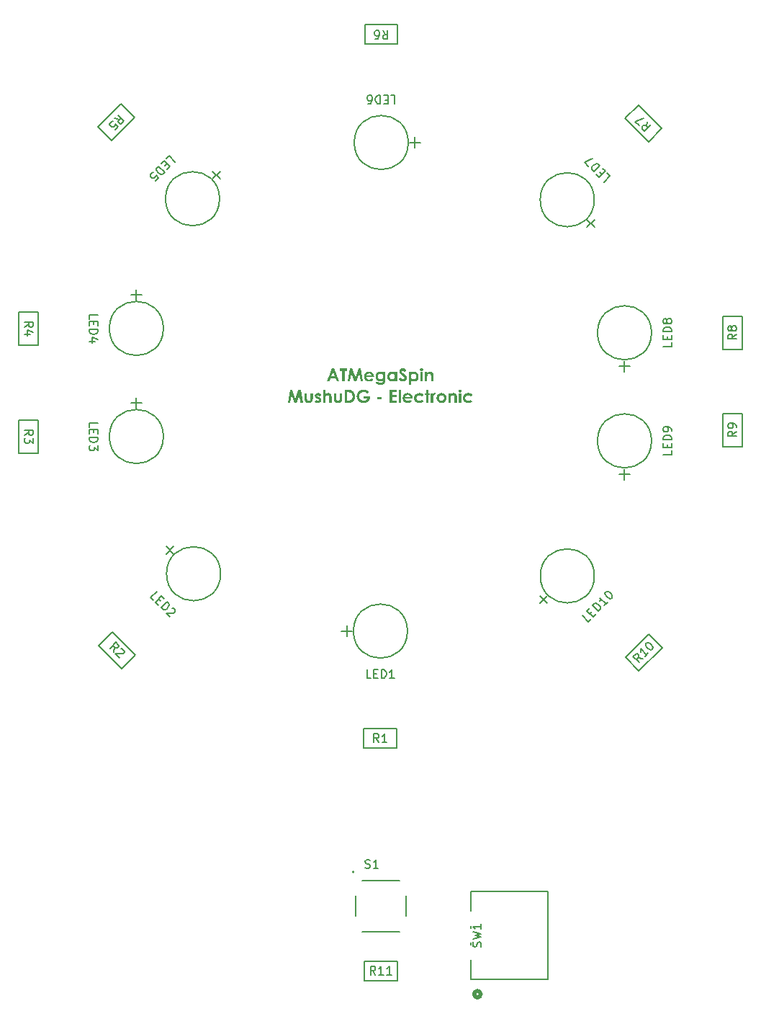
<source format=gbr>
%TF.GenerationSoftware,KiCad,Pcbnew,7.0.8*%
%TF.CreationDate,2023-11-15T15:43:31+01:00*%
%TF.ProjectId,ATMegaSpin,41544d65-6761-4537-9069-6e2e6b696361,rev?*%
%TF.SameCoordinates,Original*%
%TF.FileFunction,Legend,Top*%
%TF.FilePolarity,Positive*%
%FSLAX46Y46*%
G04 Gerber Fmt 4.6, Leading zero omitted, Abs format (unit mm)*
G04 Created by KiCad (PCBNEW 7.0.8) date 2023-11-15 15:43:31*
%MOMM*%
%LPD*%
G01*
G04 APERTURE LIST*
%ADD10C,0.300000*%
%ADD11C,0.150000*%
%ADD12C,0.152400*%
%ADD13C,0.127000*%
%ADD14C,0.200000*%
%ADD15C,0.508000*%
G04 APERTURE END LIST*
D10*
G36*
X144297219Y-80161400D02*
G01*
X143997533Y-80161400D01*
X143878831Y-79833137D01*
X143260775Y-79833137D01*
X143136944Y-80161400D01*
X142837258Y-80161400D01*
X143070999Y-79551769D01*
X143367753Y-79551769D01*
X143770754Y-79551769D01*
X143569986Y-79035928D01*
X143367753Y-79551769D01*
X143070999Y-79551769D01*
X143421609Y-78637324D01*
X143713967Y-78637324D01*
X144297219Y-80161400D01*
G37*
G36*
X144363898Y-78637324D02*
G01*
X145201406Y-78637324D01*
X145201406Y-78918692D01*
X144925534Y-78918692D01*
X144925534Y-80161400D01*
X144632809Y-80161400D01*
X144632809Y-78918692D01*
X144363898Y-78918692D01*
X144363898Y-78637324D01*
G37*
G36*
X145540293Y-78637324D02*
G01*
X145822760Y-78637324D01*
X146173004Y-79700513D01*
X146528378Y-78637324D01*
X146806448Y-78637324D01*
X147062171Y-80161400D01*
X146784100Y-80161400D01*
X146621068Y-79198961D01*
X146298667Y-80161400D01*
X146044044Y-80161400D01*
X145725674Y-79198961D01*
X145559711Y-80161400D01*
X145278709Y-80161400D01*
X145540293Y-78637324D01*
G37*
G36*
X147795970Y-79012643D02*
G01*
X147812236Y-79013129D01*
X147828308Y-79013940D01*
X147844187Y-79015074D01*
X147859872Y-79016533D01*
X147875365Y-79018316D01*
X147890664Y-79020423D01*
X147905770Y-79022854D01*
X147920683Y-79025609D01*
X147935403Y-79028688D01*
X147949929Y-79032092D01*
X147964262Y-79035820D01*
X147978403Y-79039872D01*
X148006103Y-79048948D01*
X148033031Y-79059320D01*
X148059186Y-79070990D01*
X148084568Y-79083955D01*
X148109177Y-79098218D01*
X148133014Y-79113777D01*
X148156078Y-79130633D01*
X148178369Y-79148785D01*
X148199887Y-79168234D01*
X148210356Y-79178444D01*
X148230453Y-79199605D01*
X148249254Y-79221595D01*
X148266758Y-79244415D01*
X148282965Y-79268066D01*
X148297876Y-79292547D01*
X148311490Y-79317857D01*
X148323807Y-79343998D01*
X148334828Y-79370969D01*
X148339853Y-79384765D01*
X148344553Y-79398769D01*
X148348929Y-79412981D01*
X148352981Y-79427400D01*
X148356708Y-79442027D01*
X148360112Y-79456861D01*
X148363191Y-79471903D01*
X148365946Y-79487152D01*
X148368378Y-79502609D01*
X148370485Y-79518273D01*
X148372267Y-79534145D01*
X148373726Y-79550224D01*
X148374861Y-79566511D01*
X148375671Y-79583005D01*
X148376157Y-79599707D01*
X148376319Y-79616616D01*
X148375220Y-79669006D01*
X147471399Y-79669006D01*
X147474083Y-79684920D01*
X147477278Y-79700422D01*
X147480986Y-79715511D01*
X147485207Y-79730189D01*
X147489939Y-79744454D01*
X147495184Y-79758307D01*
X147504013Y-79778314D01*
X147513994Y-79797394D01*
X147525127Y-79815546D01*
X147537414Y-79832771D01*
X147550853Y-79849068D01*
X147565445Y-79864438D01*
X147575813Y-79874170D01*
X147592162Y-79887788D01*
X147609336Y-79900067D01*
X147627333Y-79911007D01*
X147646155Y-79920607D01*
X147665801Y-79928867D01*
X147686272Y-79935788D01*
X147707567Y-79941369D01*
X147722222Y-79944346D01*
X147737243Y-79946727D01*
X147752630Y-79948513D01*
X147768383Y-79949704D01*
X147784503Y-79950299D01*
X147792701Y-79950374D01*
X147812264Y-79949909D01*
X147831478Y-79948513D01*
X147850343Y-79946188D01*
X147868859Y-79942932D01*
X147887025Y-79938746D01*
X147904843Y-79933630D01*
X147922311Y-79927583D01*
X147939430Y-79920607D01*
X147956200Y-79912700D01*
X147972620Y-79903863D01*
X147988691Y-79894095D01*
X148004414Y-79883398D01*
X148019787Y-79871770D01*
X148034810Y-79859212D01*
X148049485Y-79845724D01*
X148063810Y-79831305D01*
X148300848Y-79941215D01*
X148289628Y-79956532D01*
X148278134Y-79971342D01*
X148266364Y-79985646D01*
X148254320Y-79999444D01*
X148242001Y-80012734D01*
X148229407Y-80025518D01*
X148216539Y-80037796D01*
X148203395Y-80049567D01*
X148189977Y-80060831D01*
X148176284Y-80071589D01*
X148162317Y-80081840D01*
X148148074Y-80091584D01*
X148133557Y-80100822D01*
X148118765Y-80109553D01*
X148103698Y-80117778D01*
X148088357Y-80125496D01*
X148072742Y-80132683D01*
X148056764Y-80139406D01*
X148040422Y-80145666D01*
X148023716Y-80151462D01*
X148006648Y-80156794D01*
X147989215Y-80161663D01*
X147971419Y-80166068D01*
X147953260Y-80170009D01*
X147934737Y-80173487D01*
X147915851Y-80176501D01*
X147896601Y-80179051D01*
X147876988Y-80181137D01*
X147857011Y-80182760D01*
X147836670Y-80183919D01*
X147815966Y-80184615D01*
X147794899Y-80184847D01*
X147778508Y-80184685D01*
X147762308Y-80184201D01*
X147746300Y-80183395D01*
X147730482Y-80182265D01*
X147714855Y-80180813D01*
X147699420Y-80179038D01*
X147684175Y-80176940D01*
X147669122Y-80174520D01*
X147654259Y-80171777D01*
X147639588Y-80168711D01*
X147625107Y-80165323D01*
X147610818Y-80161611D01*
X147596720Y-80157577D01*
X147569097Y-80148541D01*
X147542238Y-80138214D01*
X147516143Y-80126597D01*
X147490812Y-80113688D01*
X147466246Y-80099489D01*
X147442443Y-80083998D01*
X147419405Y-80067217D01*
X147397132Y-80049145D01*
X147375622Y-80029782D01*
X147365154Y-80019617D01*
X147345101Y-79998591D01*
X147326342Y-79976912D01*
X147308877Y-79954581D01*
X147292705Y-79931598D01*
X147277827Y-79907961D01*
X147264243Y-79883672D01*
X147251953Y-79858731D01*
X147240956Y-79833137D01*
X147231253Y-79806891D01*
X147222844Y-79779991D01*
X147215729Y-79752440D01*
X147209907Y-79724235D01*
X147205379Y-79695378D01*
X147203600Y-79680705D01*
X147202145Y-79665869D01*
X147201013Y-79650869D01*
X147200204Y-79635707D01*
X147199719Y-79620381D01*
X147199557Y-79604892D01*
X147199718Y-79589017D01*
X147200203Y-79573312D01*
X147201009Y-79557776D01*
X147202139Y-79542410D01*
X147203591Y-79527213D01*
X147205366Y-79512186D01*
X147207464Y-79497329D01*
X147209884Y-79482641D01*
X147212627Y-79468123D01*
X147214794Y-79457980D01*
X147483856Y-79457980D01*
X148092753Y-79457980D01*
X148087056Y-79440704D01*
X148080406Y-79424046D01*
X148072802Y-79408006D01*
X148064246Y-79392584D01*
X148054736Y-79377781D01*
X148044273Y-79363596D01*
X148032857Y-79350029D01*
X148020488Y-79337080D01*
X148007166Y-79324749D01*
X147992890Y-79313037D01*
X147982844Y-79305573D01*
X147967294Y-79295097D01*
X147951279Y-79285652D01*
X147934802Y-79277237D01*
X147917860Y-79269852D01*
X147900455Y-79263498D01*
X147882586Y-79258174D01*
X147864254Y-79253881D01*
X147845457Y-79250618D01*
X147826197Y-79248385D01*
X147806474Y-79247183D01*
X147793067Y-79246954D01*
X147771271Y-79247534D01*
X147749984Y-79249273D01*
X147729205Y-79252171D01*
X147708935Y-79256228D01*
X147689174Y-79261444D01*
X147669922Y-79267820D01*
X147651178Y-79275355D01*
X147632943Y-79284049D01*
X147615217Y-79293902D01*
X147598000Y-79304914D01*
X147586804Y-79312900D01*
X147573014Y-79324143D01*
X147559487Y-79337355D01*
X147549515Y-79348556D01*
X147539691Y-79360865D01*
X147530014Y-79374282D01*
X147520487Y-79388806D01*
X147511107Y-79404438D01*
X147501875Y-79421178D01*
X147492791Y-79439025D01*
X147483856Y-79457980D01*
X147214794Y-79457980D01*
X147215693Y-79453774D01*
X147222793Y-79425585D01*
X147231183Y-79398075D01*
X147240865Y-79371243D01*
X147251837Y-79345090D01*
X147264100Y-79319615D01*
X147277654Y-79294818D01*
X147292499Y-79270699D01*
X147308635Y-79247259D01*
X147326062Y-79224497D01*
X147344779Y-79202414D01*
X147364787Y-79181009D01*
X147375219Y-79170640D01*
X147396571Y-79150891D01*
X147418576Y-79132458D01*
X147441233Y-79115342D01*
X147464543Y-79099543D01*
X147488505Y-79085060D01*
X147513121Y-79071894D01*
X147538388Y-79060044D01*
X147564309Y-79049511D01*
X147590881Y-79040295D01*
X147618107Y-79032395D01*
X147645985Y-79025812D01*
X147674516Y-79020545D01*
X147689026Y-79018406D01*
X147703699Y-79016596D01*
X147718535Y-79015114D01*
X147733534Y-79013962D01*
X147748697Y-79013139D01*
X147764023Y-79012646D01*
X147779512Y-79012481D01*
X147795970Y-79012643D01*
G37*
G36*
X149086789Y-79012784D02*
G01*
X149104644Y-79013692D01*
X149122312Y-79015205D01*
X149139794Y-79017324D01*
X149157088Y-79020048D01*
X149174196Y-79023378D01*
X149191117Y-79027312D01*
X149207852Y-79031853D01*
X149224399Y-79036998D01*
X149240760Y-79042749D01*
X149251563Y-79046919D01*
X149267710Y-79053701D01*
X149283862Y-79061268D01*
X149300021Y-79069620D01*
X149316187Y-79078759D01*
X149332359Y-79088683D01*
X149348537Y-79099392D01*
X149364722Y-79110888D01*
X149380913Y-79123169D01*
X149397111Y-79136236D01*
X149413315Y-79150088D01*
X149424121Y-79159760D01*
X149424121Y-79035928D01*
X149704390Y-79035928D01*
X149704390Y-79988476D01*
X149704278Y-80005961D01*
X149703943Y-80023156D01*
X149703385Y-80040059D01*
X149702604Y-80056671D01*
X149701599Y-80072992D01*
X149700371Y-80089021D01*
X149698920Y-80104759D01*
X149697246Y-80120206D01*
X149695348Y-80135362D01*
X149693227Y-80150227D01*
X149690883Y-80164800D01*
X149685525Y-80193073D01*
X149679274Y-80220181D01*
X149672130Y-80246124D01*
X149664092Y-80270903D01*
X149655162Y-80294516D01*
X149645339Y-80316964D01*
X149634623Y-80338248D01*
X149623014Y-80358366D01*
X149610512Y-80377320D01*
X149597116Y-80395109D01*
X149590084Y-80403566D01*
X149580338Y-80414633D01*
X149570287Y-80425349D01*
X149549274Y-80445727D01*
X149527045Y-80464699D01*
X149503599Y-80482266D01*
X149491420Y-80490522D01*
X149478937Y-80498427D01*
X149466149Y-80505981D01*
X149453058Y-80513184D01*
X149439662Y-80520035D01*
X149425963Y-80526534D01*
X149411959Y-80532683D01*
X149397651Y-80538480D01*
X149383039Y-80543926D01*
X149368123Y-80549020D01*
X149352903Y-80553763D01*
X149337379Y-80558155D01*
X149321550Y-80562195D01*
X149305418Y-80565884D01*
X149288981Y-80569222D01*
X149272240Y-80572208D01*
X149255195Y-80574843D01*
X149237846Y-80577127D01*
X149220193Y-80579059D01*
X149202236Y-80580640D01*
X149183975Y-80581870D01*
X149165409Y-80582748D01*
X149146540Y-80583275D01*
X149127366Y-80583451D01*
X149106963Y-80583292D01*
X149086969Y-80582816D01*
X149067384Y-80582021D01*
X149048208Y-80580909D01*
X149029442Y-80579480D01*
X149011085Y-80577732D01*
X148993138Y-80575667D01*
X148975600Y-80573285D01*
X148958471Y-80570584D01*
X148941751Y-80567566D01*
X148925441Y-80564230D01*
X148909539Y-80560576D01*
X148894048Y-80556605D01*
X148878965Y-80552316D01*
X148864292Y-80547709D01*
X148850028Y-80542785D01*
X148836151Y-80537553D01*
X148822545Y-80532023D01*
X148802647Y-80523170D01*
X148783360Y-80513647D01*
X148764685Y-80503455D01*
X148746622Y-80492593D01*
X148729171Y-80481061D01*
X148712331Y-80468859D01*
X148696103Y-80455988D01*
X148680487Y-80442447D01*
X148665483Y-80428236D01*
X148660618Y-80423350D01*
X148646478Y-80408281D01*
X148633046Y-80392614D01*
X148620323Y-80376348D01*
X148608308Y-80359482D01*
X148597001Y-80342018D01*
X148586403Y-80323955D01*
X148576514Y-80305293D01*
X148567332Y-80286032D01*
X148558859Y-80266172D01*
X148551095Y-80245713D01*
X148546312Y-80231741D01*
X148856256Y-80231741D01*
X148866973Y-80243013D01*
X148878421Y-80253563D01*
X148890603Y-80263392D01*
X148903517Y-80272499D01*
X148917164Y-80280886D01*
X148931544Y-80288551D01*
X148946657Y-80295495D01*
X148962502Y-80301717D01*
X148979086Y-80307298D01*
X148996414Y-80312135D01*
X149014486Y-80316228D01*
X149033302Y-80319577D01*
X149047902Y-80321601D01*
X149062922Y-80323205D01*
X149078359Y-80324391D01*
X149094216Y-80325159D01*
X149110491Y-80325507D01*
X149116009Y-80325531D01*
X149136845Y-80325234D01*
X149156903Y-80324346D01*
X149176181Y-80322865D01*
X149194680Y-80320791D01*
X149212399Y-80318125D01*
X149229340Y-80314866D01*
X149245501Y-80311015D01*
X149260883Y-80306571D01*
X149275486Y-80301535D01*
X149289309Y-80295907D01*
X149298092Y-80291825D01*
X149314761Y-80283090D01*
X149330149Y-80273736D01*
X149344254Y-80263764D01*
X149357076Y-80253174D01*
X149368617Y-80241965D01*
X149378875Y-80230139D01*
X149387851Y-80217694D01*
X149395545Y-80204630D01*
X149402242Y-80190050D01*
X149408047Y-80173054D01*
X149411814Y-80158722D01*
X149415079Y-80143031D01*
X149417842Y-80125981D01*
X149420102Y-80107573D01*
X149421861Y-80087805D01*
X149423116Y-80066679D01*
X149423674Y-80051839D01*
X149424009Y-80036396D01*
X149424121Y-80020349D01*
X149410177Y-80034061D01*
X149396098Y-80047032D01*
X149381884Y-80059263D01*
X149367535Y-80070753D01*
X149353050Y-80081502D01*
X149338430Y-80091511D01*
X149323675Y-80100779D01*
X149308785Y-80109307D01*
X149293759Y-80117094D01*
X149278599Y-80124141D01*
X149268416Y-80128427D01*
X149252976Y-80134319D01*
X149237156Y-80139632D01*
X149220957Y-80144366D01*
X149204377Y-80148520D01*
X149187417Y-80152094D01*
X149170077Y-80155088D01*
X149152358Y-80157503D01*
X149134258Y-80159339D01*
X149115779Y-80160595D01*
X149096919Y-80161271D01*
X149084135Y-80161400D01*
X149056198Y-80160764D01*
X149028808Y-80158858D01*
X149001965Y-80155681D01*
X148975668Y-80151233D01*
X148949918Y-80145514D01*
X148924715Y-80138525D01*
X148900058Y-80130264D01*
X148875948Y-80120733D01*
X148852385Y-80109931D01*
X148829369Y-80097858D01*
X148806899Y-80084515D01*
X148784976Y-80069900D01*
X148763599Y-80054015D01*
X148742769Y-80036859D01*
X148722486Y-80018432D01*
X148702750Y-79998734D01*
X148683939Y-79978063D01*
X148666342Y-79956716D01*
X148649959Y-79934694D01*
X148634789Y-79911997D01*
X148620833Y-79888624D01*
X148608090Y-79864576D01*
X148596561Y-79839852D01*
X148586246Y-79814453D01*
X148577144Y-79788378D01*
X148569256Y-79761627D01*
X148562581Y-79734202D01*
X148557120Y-79706100D01*
X148552872Y-79677324D01*
X148551204Y-79662682D01*
X148549838Y-79647871D01*
X148548777Y-79632892D01*
X148548018Y-79617744D01*
X148547563Y-79602426D01*
X148547411Y-79586940D01*
X148547439Y-79584009D01*
X148826581Y-79584009D01*
X148826927Y-79601307D01*
X148827966Y-79618213D01*
X148829698Y-79634727D01*
X148832122Y-79650848D01*
X148835239Y-79666577D01*
X148839049Y-79681915D01*
X148843551Y-79696860D01*
X148848746Y-79711413D01*
X148854633Y-79725573D01*
X148861214Y-79739342D01*
X148868487Y-79752719D01*
X148876452Y-79765703D01*
X148885110Y-79778296D01*
X148894461Y-79790496D01*
X148904505Y-79802304D01*
X148915241Y-79813720D01*
X148926501Y-79824589D01*
X148938116Y-79834757D01*
X148950086Y-79844224D01*
X148962410Y-79852989D01*
X148975090Y-79861054D01*
X148988125Y-79868417D01*
X149001514Y-79875079D01*
X149015258Y-79881039D01*
X149029358Y-79886299D01*
X149043812Y-79890857D01*
X149058621Y-79894714D01*
X149073785Y-79897869D01*
X149089304Y-79900323D01*
X149105178Y-79902077D01*
X149121407Y-79903128D01*
X149137990Y-79903479D01*
X149154161Y-79903137D01*
X149169973Y-79902111D01*
X149185428Y-79900401D01*
X149200524Y-79898006D01*
X149215263Y-79894928D01*
X149229645Y-79891166D01*
X149243668Y-79886719D01*
X149264032Y-79878767D01*
X149283592Y-79869276D01*
X149302346Y-79858245D01*
X149320295Y-79845675D01*
X149331814Y-79836440D01*
X149342976Y-79826521D01*
X149353779Y-79815918D01*
X149364072Y-79804758D01*
X149373700Y-79793169D01*
X149382665Y-79781151D01*
X149390965Y-79768703D01*
X149398601Y-79755826D01*
X149405574Y-79742519D01*
X149411882Y-79728783D01*
X149417526Y-79714618D01*
X149422507Y-79700024D01*
X149426823Y-79685000D01*
X149430475Y-79669547D01*
X149433463Y-79653664D01*
X149435787Y-79637353D01*
X149437447Y-79620611D01*
X149438444Y-79603441D01*
X149438776Y-79585841D01*
X149438441Y-79568508D01*
X149437436Y-79551586D01*
X149435762Y-79535077D01*
X149433417Y-79518980D01*
X149430404Y-79503295D01*
X149426720Y-79488022D01*
X149422366Y-79473161D01*
X149417343Y-79458713D01*
X149411650Y-79444676D01*
X149405288Y-79431052D01*
X149398255Y-79417840D01*
X149390553Y-79405040D01*
X149382181Y-79392653D01*
X149373139Y-79380677D01*
X149363428Y-79369114D01*
X149353046Y-79357963D01*
X149342181Y-79347360D01*
X149330927Y-79337441D01*
X149319284Y-79328206D01*
X149307251Y-79319655D01*
X149294829Y-79311788D01*
X149282017Y-79304605D01*
X149268817Y-79298106D01*
X149255227Y-79292292D01*
X149241248Y-79287161D01*
X149226880Y-79282715D01*
X149212122Y-79278952D01*
X149196975Y-79275874D01*
X149181439Y-79273480D01*
X149165514Y-79271770D01*
X149149199Y-79270744D01*
X149132495Y-79270402D01*
X149116096Y-79270751D01*
X149100055Y-79271798D01*
X149084371Y-79273544D01*
X149069045Y-79275989D01*
X149054077Y-79279131D01*
X149039467Y-79282972D01*
X149025215Y-79287512D01*
X149011320Y-79292750D01*
X148997783Y-79298686D01*
X148984604Y-79305321D01*
X148971783Y-79312654D01*
X148959319Y-79320685D01*
X148947213Y-79329415D01*
X148935465Y-79338843D01*
X148924075Y-79348970D01*
X148913043Y-79359794D01*
X148902573Y-79371103D01*
X148892778Y-79382772D01*
X148883659Y-79394802D01*
X148875216Y-79407193D01*
X148867448Y-79419944D01*
X148860355Y-79433056D01*
X148853938Y-79446528D01*
X148848196Y-79460361D01*
X148843130Y-79474555D01*
X148838740Y-79489110D01*
X148835024Y-79504025D01*
X148831985Y-79519300D01*
X148829621Y-79534937D01*
X148827932Y-79550934D01*
X148826919Y-79567291D01*
X148826581Y-79584009D01*
X148547439Y-79584009D01*
X148547572Y-79570373D01*
X148548055Y-79554012D01*
X148548860Y-79537856D01*
X148549987Y-79521905D01*
X148551436Y-79506160D01*
X148553207Y-79490619D01*
X148555300Y-79475285D01*
X148557715Y-79460155D01*
X148560452Y-79445231D01*
X148563511Y-79430513D01*
X148566892Y-79416000D01*
X148570595Y-79401692D01*
X148574620Y-79387589D01*
X148583636Y-79360000D01*
X148593940Y-79333233D01*
X148605532Y-79307287D01*
X148618412Y-79282162D01*
X148632580Y-79257859D01*
X148648036Y-79234377D01*
X148664780Y-79211717D01*
X148682812Y-79189878D01*
X148702132Y-79168861D01*
X148712275Y-79158660D01*
X148731184Y-79140959D01*
X148750543Y-79124400D01*
X148770351Y-79108982D01*
X148790608Y-79094707D01*
X148811315Y-79081574D01*
X148832471Y-79069582D01*
X148854077Y-79058733D01*
X148876132Y-79049026D01*
X148898636Y-79040461D01*
X148921589Y-79033038D01*
X148944992Y-79026756D01*
X148968845Y-79021617D01*
X148993146Y-79017620D01*
X149017897Y-79014765D01*
X149043098Y-79013052D01*
X149068748Y-79012481D01*
X149086789Y-79012784D01*
G37*
G36*
X150476053Y-79012810D02*
G01*
X150494625Y-79013795D01*
X150512984Y-79015437D01*
X150531131Y-79017736D01*
X150549065Y-79020692D01*
X150566787Y-79024305D01*
X150584296Y-79028575D01*
X150601593Y-79033501D01*
X150618677Y-79039085D01*
X150635549Y-79045325D01*
X150646679Y-79049850D01*
X150663183Y-79057120D01*
X150679450Y-79065053D01*
X150695478Y-79073649D01*
X150711267Y-79082909D01*
X150726819Y-79092832D01*
X150742132Y-79103418D01*
X150757207Y-79114668D01*
X150772044Y-79126581D01*
X150786642Y-79139157D01*
X150801002Y-79152397D01*
X150810443Y-79161591D01*
X150810443Y-79035928D01*
X151090712Y-79035928D01*
X151090712Y-80161400D01*
X150810443Y-80161400D01*
X150810443Y-80039767D01*
X150794981Y-80053815D01*
X150779506Y-80067111D01*
X150764017Y-80079653D01*
X150748516Y-80091441D01*
X150733002Y-80102476D01*
X150717476Y-80112757D01*
X150701936Y-80122285D01*
X150686383Y-80131060D01*
X150670818Y-80139081D01*
X150655239Y-80146349D01*
X150644847Y-80150775D01*
X150629200Y-80156864D01*
X150613308Y-80162354D01*
X150597171Y-80167245D01*
X150580790Y-80171537D01*
X150564164Y-80175231D01*
X150547294Y-80178325D01*
X150530178Y-80180821D01*
X150512818Y-80182717D01*
X150495213Y-80184015D01*
X150477364Y-80184714D01*
X150465328Y-80184847D01*
X150438400Y-80184193D01*
X150411931Y-80182231D01*
X150385919Y-80178961D01*
X150360365Y-80174383D01*
X150335269Y-80168496D01*
X150310631Y-80161302D01*
X150286451Y-80152800D01*
X150262729Y-80142990D01*
X150239465Y-80131871D01*
X150216659Y-80119445D01*
X150194310Y-80105711D01*
X150172420Y-80090668D01*
X150150988Y-80074318D01*
X150130013Y-80056659D01*
X150109497Y-80037693D01*
X150089439Y-80017418D01*
X150070229Y-79996128D01*
X150052258Y-79974205D01*
X150035527Y-79951649D01*
X150020035Y-79928461D01*
X150005783Y-79904640D01*
X149992770Y-79880186D01*
X149980996Y-79855100D01*
X149970462Y-79829382D01*
X149961167Y-79803031D01*
X149953111Y-79776047D01*
X149946295Y-79748431D01*
X149940718Y-79720182D01*
X149936380Y-79691301D01*
X149934676Y-79676623D01*
X149933281Y-79661787D01*
X149932197Y-79646793D01*
X149931422Y-79631641D01*
X149930958Y-79616331D01*
X149930803Y-79600862D01*
X149930844Y-79596466D01*
X150211071Y-79596466D01*
X150211415Y-79614309D01*
X150212445Y-79631751D01*
X150214163Y-79648793D01*
X150216567Y-79665434D01*
X150219658Y-79681674D01*
X150223436Y-79697514D01*
X150227901Y-79712952D01*
X150233053Y-79727991D01*
X150238892Y-79742628D01*
X150245418Y-79756865D01*
X150252631Y-79770701D01*
X150260531Y-79784136D01*
X150269117Y-79797170D01*
X150278391Y-79809804D01*
X150288351Y-79822037D01*
X150298999Y-79833870D01*
X150310193Y-79845138D01*
X150321702Y-79855680D01*
X150333526Y-79865495D01*
X150345665Y-79874582D01*
X150358118Y-79882943D01*
X150370886Y-79890576D01*
X150383970Y-79897483D01*
X150397368Y-79903662D01*
X150411081Y-79909115D01*
X150425108Y-79913840D01*
X150439451Y-79917839D01*
X150454108Y-79921110D01*
X150469081Y-79923655D01*
X150484368Y-79925472D01*
X150499970Y-79926563D01*
X150515887Y-79926926D01*
X150532333Y-79926569D01*
X150548424Y-79925495D01*
X150564161Y-79923706D01*
X150579542Y-79921202D01*
X150594569Y-79917982D01*
X150609241Y-79914046D01*
X150623558Y-79909395D01*
X150637519Y-79904029D01*
X150651126Y-79897946D01*
X150664379Y-79891149D01*
X150677276Y-79883635D01*
X150689818Y-79875406D01*
X150702005Y-79866462D01*
X150713838Y-79856802D01*
X150725315Y-79846426D01*
X150736438Y-79835335D01*
X150747041Y-79823666D01*
X150756960Y-79811556D01*
X150766195Y-79799005D01*
X150774746Y-79786014D01*
X150782613Y-79772581D01*
X150789795Y-79758708D01*
X150796294Y-79744394D01*
X150802109Y-79729639D01*
X150807239Y-79714444D01*
X150811686Y-79698807D01*
X150815448Y-79682730D01*
X150818526Y-79666212D01*
X150820921Y-79649254D01*
X150822631Y-79631854D01*
X150823657Y-79614014D01*
X150823999Y-79595733D01*
X150823657Y-79577770D01*
X150822631Y-79560242D01*
X150820921Y-79543148D01*
X150818526Y-79526490D01*
X150815448Y-79510267D01*
X150811686Y-79494479D01*
X150807239Y-79479126D01*
X150802109Y-79464208D01*
X150796294Y-79449725D01*
X150789795Y-79435678D01*
X150782613Y-79422065D01*
X150774746Y-79408887D01*
X150766195Y-79396145D01*
X150756960Y-79383837D01*
X150747041Y-79371965D01*
X150736438Y-79360527D01*
X150725311Y-79349614D01*
X150713821Y-79339404D01*
X150701967Y-79329899D01*
X150689749Y-79321097D01*
X150677168Y-79313000D01*
X150664224Y-79305607D01*
X150650916Y-79298918D01*
X150637245Y-79292933D01*
X150623210Y-79287652D01*
X150608811Y-79283076D01*
X150594049Y-79279203D01*
X150578924Y-79276034D01*
X150563435Y-79273570D01*
X150547583Y-79271810D01*
X150531367Y-79270754D01*
X150514787Y-79270402D01*
X150498612Y-79270759D01*
X150482782Y-79271833D01*
X150467299Y-79273622D01*
X150452162Y-79276126D01*
X150437372Y-79279346D01*
X150422927Y-79283282D01*
X150408829Y-79287933D01*
X150395078Y-79293299D01*
X150381673Y-79299382D01*
X150368614Y-79306179D01*
X150355901Y-79313693D01*
X150343535Y-79321922D01*
X150331515Y-79330866D01*
X150319842Y-79340526D01*
X150308514Y-79350902D01*
X150297533Y-79361993D01*
X150287063Y-79373642D01*
X150277269Y-79385692D01*
X150268150Y-79398143D01*
X150259706Y-79410994D01*
X150251938Y-79424246D01*
X150244846Y-79437899D01*
X150238429Y-79451952D01*
X150232687Y-79466406D01*
X150227621Y-79481261D01*
X150223230Y-79496517D01*
X150219515Y-79512173D01*
X150216475Y-79528230D01*
X150214111Y-79544688D01*
X150212422Y-79561547D01*
X150211409Y-79578806D01*
X150211071Y-79596466D01*
X149930844Y-79596466D01*
X149930953Y-79584810D01*
X149931402Y-79568941D01*
X149932152Y-79553254D01*
X149933201Y-79537750D01*
X149934551Y-79522428D01*
X149936199Y-79507289D01*
X149938148Y-79492332D01*
X149940397Y-79477558D01*
X149942945Y-79462966D01*
X149945794Y-79448556D01*
X149952390Y-79420285D01*
X149960185Y-79392743D01*
X149969179Y-79365931D01*
X149979373Y-79339849D01*
X149990766Y-79314497D01*
X150003359Y-79289875D01*
X150017150Y-79265982D01*
X150032141Y-79242820D01*
X150048331Y-79220387D01*
X150065721Y-79198684D01*
X150084309Y-79177711D01*
X150103755Y-79157703D01*
X150123716Y-79138986D01*
X150144193Y-79121559D01*
X150165184Y-79105423D01*
X150186691Y-79090578D01*
X150208713Y-79077024D01*
X150231250Y-79064761D01*
X150254302Y-79053789D01*
X150277870Y-79044107D01*
X150301953Y-79035717D01*
X150326551Y-79028617D01*
X150351664Y-79022808D01*
X150377292Y-79018290D01*
X150403436Y-79015063D01*
X150430094Y-79013127D01*
X150457268Y-79012481D01*
X150476053Y-79012810D01*
G37*
G36*
X152193835Y-78865203D02*
G01*
X151980611Y-79059376D01*
X151966537Y-79039501D01*
X151952435Y-79020908D01*
X151938304Y-79003597D01*
X151924145Y-78987568D01*
X151909957Y-78972822D01*
X151895740Y-78959358D01*
X151881495Y-78947177D01*
X151867221Y-78936277D01*
X151852919Y-78926660D01*
X151838587Y-78918326D01*
X151824228Y-78911273D01*
X151809839Y-78905503D01*
X151795422Y-78901015D01*
X151780977Y-78897809D01*
X151759255Y-78895405D01*
X151752000Y-78895245D01*
X151734755Y-78895978D01*
X151718512Y-78898178D01*
X151703270Y-78901846D01*
X151689031Y-78906980D01*
X151675793Y-78913581D01*
X151663557Y-78921649D01*
X151658943Y-78925286D01*
X151646741Y-78936685D01*
X151637064Y-78948625D01*
X151628965Y-78963238D01*
X151624302Y-78978588D01*
X151623039Y-78992331D01*
X151624267Y-79008487D01*
X151627948Y-79024258D01*
X151634084Y-79039643D01*
X151641297Y-79052523D01*
X151648685Y-79063039D01*
X151659681Y-79075719D01*
X151670822Y-79087325D01*
X151684441Y-79100728D01*
X151700540Y-79115927D01*
X151712650Y-79127058D01*
X151725862Y-79138988D01*
X151740176Y-79151716D01*
X151755592Y-79165243D01*
X151772110Y-79179569D01*
X151789730Y-79194693D01*
X151808452Y-79210615D01*
X151828275Y-79227336D01*
X151849201Y-79244856D01*
X151860077Y-79253915D01*
X151880177Y-79270423D01*
X151899261Y-79286150D01*
X151917329Y-79301095D01*
X151934380Y-79315258D01*
X151950416Y-79328641D01*
X151965435Y-79341242D01*
X151979439Y-79353061D01*
X151992426Y-79364099D01*
X152004397Y-79374356D01*
X152020449Y-79388276D01*
X152034215Y-79400438D01*
X152045694Y-79410842D01*
X152057443Y-79421979D01*
X152059746Y-79424275D01*
X152070492Y-79435100D01*
X152080840Y-79445867D01*
X152095617Y-79461911D01*
X152109498Y-79477827D01*
X152122484Y-79493613D01*
X152134575Y-79509271D01*
X152145771Y-79524800D01*
X152156072Y-79540200D01*
X152165478Y-79555472D01*
X152173988Y-79570614D01*
X152181604Y-79585628D01*
X152183943Y-79590604D01*
X152190490Y-79605574D01*
X152196394Y-79620808D01*
X152201653Y-79636305D01*
X152206268Y-79652067D01*
X152210240Y-79668093D01*
X152213567Y-79684383D01*
X152216250Y-79700937D01*
X152218290Y-79717755D01*
X152219685Y-79734837D01*
X152220436Y-79752183D01*
X152220579Y-79763894D01*
X152220076Y-79786454D01*
X152218564Y-79808522D01*
X152216046Y-79830097D01*
X152212519Y-79851181D01*
X152207986Y-79871771D01*
X152202444Y-79891870D01*
X152195896Y-79911476D01*
X152188339Y-79930590D01*
X152179776Y-79949212D01*
X152170204Y-79967341D01*
X152159626Y-79984978D01*
X152148039Y-80002123D01*
X152135446Y-80018775D01*
X152121844Y-80034935D01*
X152107236Y-80050603D01*
X152091619Y-80065778D01*
X152075237Y-80080197D01*
X152058240Y-80093685D01*
X152040627Y-80106243D01*
X152022399Y-80117871D01*
X152003556Y-80128568D01*
X151984097Y-80138336D01*
X151964023Y-80147173D01*
X151943333Y-80155080D01*
X151922028Y-80162056D01*
X151900108Y-80168103D01*
X151877572Y-80173219D01*
X151854421Y-80177405D01*
X151830655Y-80180661D01*
X151806273Y-80182986D01*
X151781276Y-80184382D01*
X151755663Y-80184847D01*
X151735629Y-80184526D01*
X151715918Y-80183565D01*
X151696531Y-80181962D01*
X151677467Y-80179718D01*
X151658727Y-80176833D01*
X151640310Y-80173306D01*
X151622216Y-80169139D01*
X151604446Y-80164330D01*
X151587000Y-80158881D01*
X151569876Y-80152790D01*
X151553077Y-80146058D01*
X151536600Y-80138685D01*
X151520447Y-80130671D01*
X151504618Y-80122015D01*
X151489112Y-80112719D01*
X151473929Y-80102781D01*
X151459044Y-80092111D01*
X151444431Y-80080708D01*
X151430090Y-80068572D01*
X151416021Y-80055703D01*
X151402223Y-80042102D01*
X151388698Y-80027768D01*
X151375444Y-80012701D01*
X151362463Y-79996902D01*
X151349753Y-79980370D01*
X151337315Y-79963105D01*
X151325149Y-79945107D01*
X151313255Y-79926377D01*
X151301633Y-79906914D01*
X151290283Y-79886718D01*
X151279205Y-79865789D01*
X151268399Y-79844128D01*
X151510566Y-79692453D01*
X151517422Y-79705436D01*
X151531329Y-79730166D01*
X151545497Y-79753247D01*
X151559926Y-79774679D01*
X151574615Y-79794463D01*
X151589564Y-79812598D01*
X151604774Y-79829084D01*
X151620244Y-79843922D01*
X151635975Y-79857111D01*
X151651966Y-79868652D01*
X151668218Y-79878543D01*
X151684730Y-79886787D01*
X151701502Y-79893381D01*
X151718536Y-79898327D01*
X151735829Y-79901624D01*
X151753383Y-79903273D01*
X151762258Y-79903479D01*
X151780393Y-79902821D01*
X151797795Y-79900846D01*
X151814465Y-79897554D01*
X151830402Y-79892946D01*
X151845606Y-79887021D01*
X151860077Y-79879780D01*
X151873816Y-79871222D01*
X151886822Y-79861347D01*
X151898671Y-79850517D01*
X151908941Y-79839274D01*
X151919556Y-79824641D01*
X151927703Y-79809364D01*
X151933381Y-79793442D01*
X151936590Y-79776877D01*
X151937380Y-79763162D01*
X151936450Y-79747477D01*
X151933659Y-79731792D01*
X151929008Y-79716107D01*
X151922496Y-79700422D01*
X151914124Y-79684737D01*
X151906087Y-79672189D01*
X151899278Y-79662778D01*
X151888316Y-79649302D01*
X151878208Y-79638099D01*
X151866484Y-79625955D01*
X151853144Y-79612871D01*
X151838187Y-79598847D01*
X151827317Y-79588975D01*
X151815730Y-79578686D01*
X151803424Y-79567978D01*
X151790399Y-79556853D01*
X151776656Y-79545309D01*
X151762195Y-79533348D01*
X151747015Y-79520969D01*
X151731117Y-79508172D01*
X151715832Y-79495918D01*
X151700889Y-79483840D01*
X151686288Y-79471938D01*
X151672029Y-79460213D01*
X151658112Y-79448663D01*
X151644537Y-79437289D01*
X151631305Y-79426091D01*
X151618414Y-79415070D01*
X151605865Y-79404224D01*
X151593659Y-79393554D01*
X151581794Y-79383061D01*
X151570271Y-79372743D01*
X151559091Y-79362602D01*
X151548252Y-79352636D01*
X151527601Y-79333233D01*
X151508319Y-79314534D01*
X151490404Y-79296539D01*
X151473858Y-79279249D01*
X151458679Y-79262662D01*
X151444869Y-79246780D01*
X151432427Y-79231601D01*
X151421353Y-79217127D01*
X151411647Y-79203357D01*
X151402907Y-79189940D01*
X151394731Y-79176526D01*
X151387119Y-79163116D01*
X151380071Y-79149707D01*
X151373587Y-79136302D01*
X151364917Y-79116200D01*
X151357517Y-79096104D01*
X151351385Y-79076014D01*
X151346522Y-79055931D01*
X151342927Y-79035854D01*
X151340601Y-79015784D01*
X151339544Y-78995720D01*
X151339473Y-78989034D01*
X151339941Y-78969926D01*
X151341345Y-78951161D01*
X151343685Y-78932740D01*
X151346961Y-78914662D01*
X151351173Y-78896928D01*
X151356320Y-78879537D01*
X151362404Y-78862489D01*
X151369424Y-78845785D01*
X151377379Y-78829425D01*
X151386271Y-78813408D01*
X151396098Y-78797734D01*
X151406862Y-78782404D01*
X151418561Y-78767418D01*
X151431196Y-78752775D01*
X151444767Y-78738475D01*
X151459275Y-78724519D01*
X151474514Y-78711121D01*
X151490192Y-78698587D01*
X151506308Y-78686918D01*
X151522862Y-78676113D01*
X151539853Y-78666172D01*
X151557283Y-78657096D01*
X151575150Y-78648885D01*
X151593455Y-78641537D01*
X151612199Y-78635054D01*
X151631380Y-78629436D01*
X151650999Y-78624682D01*
X151671056Y-78620792D01*
X151691551Y-78617767D01*
X151712484Y-78615606D01*
X151733855Y-78614309D01*
X151755663Y-78613877D01*
X151776862Y-78614353D01*
X151797867Y-78615783D01*
X151818679Y-78618166D01*
X151839297Y-78621502D01*
X151859723Y-78625791D01*
X151879955Y-78631033D01*
X151899994Y-78637228D01*
X151919840Y-78644377D01*
X151939493Y-78652478D01*
X151958952Y-78661533D01*
X151971818Y-78668099D01*
X151984707Y-78675180D01*
X151997727Y-78682959D01*
X152010879Y-78691437D01*
X152024162Y-78700614D01*
X152037578Y-78710488D01*
X152051125Y-78721061D01*
X152064803Y-78732333D01*
X152078613Y-78744303D01*
X152092555Y-78756971D01*
X152106629Y-78770337D01*
X152120834Y-78784402D01*
X152135171Y-78799166D01*
X152149639Y-78814627D01*
X152164240Y-78830787D01*
X152178971Y-78847646D01*
X152193835Y-78865203D01*
G37*
G36*
X153121166Y-79013127D02*
G01*
X153147825Y-79015063D01*
X153173968Y-79018290D01*
X153199596Y-79022808D01*
X153224710Y-79028617D01*
X153249307Y-79035717D01*
X153273390Y-79044107D01*
X153296958Y-79053789D01*
X153320010Y-79064761D01*
X153342547Y-79077024D01*
X153364569Y-79090578D01*
X153386076Y-79105423D01*
X153407067Y-79121559D01*
X153427544Y-79138986D01*
X153447505Y-79157703D01*
X153466951Y-79177711D01*
X153485539Y-79198684D01*
X153502929Y-79220387D01*
X153519119Y-79242820D01*
X153534110Y-79265982D01*
X153547901Y-79289875D01*
X153560494Y-79314497D01*
X153571887Y-79339849D01*
X153582081Y-79365931D01*
X153591075Y-79392743D01*
X153598870Y-79420285D01*
X153605466Y-79448556D01*
X153608315Y-79462966D01*
X153610863Y-79477558D01*
X153613112Y-79492332D01*
X153615061Y-79507289D01*
X153616710Y-79522428D01*
X153618059Y-79537750D01*
X153619108Y-79553254D01*
X153619858Y-79568941D01*
X153620307Y-79584810D01*
X153620457Y-79600862D01*
X153620302Y-79616331D01*
X153619838Y-79631641D01*
X153619063Y-79646793D01*
X153617979Y-79661787D01*
X153616584Y-79676623D01*
X153614880Y-79691301D01*
X153612866Y-79705821D01*
X153607909Y-79734386D01*
X153601712Y-79762318D01*
X153594276Y-79789618D01*
X153585601Y-79816285D01*
X153575686Y-79842320D01*
X153564532Y-79867722D01*
X153552139Y-79892492D01*
X153538506Y-79916629D01*
X153523634Y-79940134D01*
X153507522Y-79963006D01*
X153490172Y-79985245D01*
X153471581Y-80006852D01*
X153461822Y-80017418D01*
X153441762Y-80037693D01*
X153421241Y-80056659D01*
X153400260Y-80074318D01*
X153378817Y-80090668D01*
X153356914Y-80105711D01*
X153334550Y-80119445D01*
X153311725Y-80131871D01*
X153288440Y-80142990D01*
X153264693Y-80152800D01*
X153240486Y-80161302D01*
X153215818Y-80168496D01*
X153190689Y-80174383D01*
X153165099Y-80178961D01*
X153139049Y-80182231D01*
X153112538Y-80184193D01*
X153085566Y-80184847D01*
X153067546Y-80184544D01*
X153049759Y-80183636D01*
X153032204Y-80182123D01*
X153014880Y-80180004D01*
X152997788Y-80177280D01*
X152980928Y-80173950D01*
X152964300Y-80170016D01*
X152947904Y-80165475D01*
X152931740Y-80160330D01*
X152915807Y-80154579D01*
X152905314Y-80150409D01*
X152889662Y-80143500D01*
X152874029Y-80135824D01*
X152858415Y-80127382D01*
X152842821Y-80118174D01*
X152827245Y-80108200D01*
X152811690Y-80097459D01*
X152796153Y-80085952D01*
X152780636Y-80073678D01*
X152765138Y-80060638D01*
X152749660Y-80046832D01*
X152739351Y-80037202D01*
X152739351Y-80560004D01*
X152460182Y-80560004D01*
X152460182Y-79595733D01*
X152727261Y-79595733D01*
X152727603Y-79614014D01*
X152728629Y-79631854D01*
X152730340Y-79649254D01*
X152732734Y-79666212D01*
X152735812Y-79682730D01*
X152739575Y-79698807D01*
X152744021Y-79714444D01*
X152749152Y-79729639D01*
X152754966Y-79744394D01*
X152761465Y-79758708D01*
X152768648Y-79772581D01*
X152776514Y-79786014D01*
X152785065Y-79799005D01*
X152794300Y-79811556D01*
X152804219Y-79823666D01*
X152814822Y-79835335D01*
X152825945Y-79846426D01*
X152837422Y-79856802D01*
X152849255Y-79866462D01*
X152861442Y-79875406D01*
X152873984Y-79883635D01*
X152886882Y-79891149D01*
X152900134Y-79897946D01*
X152913741Y-79904029D01*
X152927703Y-79909395D01*
X152942019Y-79914046D01*
X152956691Y-79917982D01*
X152971718Y-79921202D01*
X152987099Y-79923706D01*
X153002836Y-79925495D01*
X153018927Y-79926569D01*
X153035374Y-79926926D01*
X153051289Y-79926563D01*
X153066887Y-79925472D01*
X153082167Y-79923655D01*
X153097129Y-79921110D01*
X153111773Y-79917839D01*
X153126100Y-79913840D01*
X153140109Y-79909115D01*
X153153801Y-79903662D01*
X153167175Y-79897483D01*
X153180231Y-79890576D01*
X153192969Y-79882943D01*
X153205390Y-79874582D01*
X153217492Y-79865495D01*
X153229278Y-79855680D01*
X153240745Y-79845138D01*
X153251895Y-79833870D01*
X153262587Y-79822037D01*
X153272589Y-79809804D01*
X153281901Y-79797170D01*
X153290523Y-79784136D01*
X153298456Y-79770701D01*
X153305699Y-79756865D01*
X153312252Y-79742628D01*
X153318115Y-79727991D01*
X153323289Y-79712952D01*
X153327772Y-79697514D01*
X153331566Y-79681674D01*
X153334670Y-79665434D01*
X153337085Y-79648793D01*
X153338809Y-79631751D01*
X153339844Y-79614309D01*
X153340189Y-79596466D01*
X153339851Y-79578806D01*
X153338838Y-79561547D01*
X153337149Y-79544688D01*
X153334785Y-79528230D01*
X153331745Y-79512173D01*
X153328030Y-79496517D01*
X153323639Y-79481261D01*
X153318573Y-79466406D01*
X153312832Y-79451952D01*
X153306414Y-79437899D01*
X153299322Y-79424246D01*
X153291554Y-79410994D01*
X153283110Y-79398143D01*
X153273991Y-79385692D01*
X153264197Y-79373642D01*
X153253727Y-79361993D01*
X153242742Y-79350902D01*
X153231401Y-79340526D01*
X153219706Y-79330866D01*
X153207656Y-79321922D01*
X153195252Y-79313693D01*
X153182492Y-79306179D01*
X153169377Y-79299382D01*
X153155907Y-79293299D01*
X153142083Y-79287933D01*
X153127903Y-79283282D01*
X153113369Y-79279346D01*
X153098480Y-79276126D01*
X153083236Y-79273622D01*
X153067637Y-79271833D01*
X153051683Y-79270759D01*
X153035374Y-79270402D01*
X153018927Y-79270754D01*
X153002836Y-79271810D01*
X152987099Y-79273570D01*
X152971718Y-79276034D01*
X152956691Y-79279203D01*
X152942019Y-79283076D01*
X152927703Y-79287652D01*
X152913741Y-79292933D01*
X152900134Y-79298918D01*
X152886882Y-79305607D01*
X152873984Y-79313000D01*
X152861442Y-79321097D01*
X152849255Y-79329899D01*
X152837422Y-79339404D01*
X152825945Y-79349614D01*
X152814822Y-79360527D01*
X152804219Y-79371965D01*
X152794300Y-79383837D01*
X152785065Y-79396145D01*
X152776514Y-79408887D01*
X152768648Y-79422065D01*
X152761465Y-79435678D01*
X152754966Y-79449725D01*
X152749152Y-79464208D01*
X152744021Y-79479126D01*
X152739575Y-79494479D01*
X152735812Y-79510267D01*
X152732734Y-79526490D01*
X152730340Y-79543148D01*
X152728629Y-79560242D01*
X152727603Y-79577770D01*
X152727261Y-79595733D01*
X152460182Y-79595733D01*
X152460182Y-79035928D01*
X152739351Y-79035928D01*
X152739351Y-79161591D01*
X152753749Y-79147910D01*
X152768366Y-79134891D01*
X152783201Y-79122536D01*
X152798256Y-79110844D01*
X152813529Y-79099816D01*
X152829022Y-79089451D01*
X152844733Y-79079749D01*
X152860664Y-79070710D01*
X152876813Y-79062335D01*
X152893181Y-79054623D01*
X152904215Y-79049850D01*
X152920948Y-79043172D01*
X152937901Y-79037151D01*
X152955072Y-79031786D01*
X152972462Y-79027078D01*
X152990071Y-79023028D01*
X153007899Y-79019634D01*
X153025946Y-79016897D01*
X153044212Y-79014817D01*
X153062697Y-79013393D01*
X153081401Y-79012627D01*
X153093992Y-79012481D01*
X153121166Y-79013127D01*
G37*
G36*
X153956780Y-78590430D02*
G01*
X153974955Y-78591237D01*
X153992477Y-78593658D01*
X154009347Y-78597694D01*
X154025565Y-78603344D01*
X154041129Y-78610608D01*
X154056042Y-78619487D01*
X154070301Y-78629980D01*
X154083908Y-78642087D01*
X154096359Y-78655345D01*
X154107149Y-78669289D01*
X154116280Y-78683921D01*
X154123750Y-78699240D01*
X154129561Y-78715245D01*
X154133711Y-78731938D01*
X154136201Y-78749317D01*
X154137031Y-78767383D01*
X154136207Y-78785186D01*
X154133734Y-78802325D01*
X154129612Y-78818800D01*
X154123842Y-78834611D01*
X154116423Y-78849758D01*
X154107355Y-78864241D01*
X154096639Y-78878060D01*
X154084275Y-78891215D01*
X154070856Y-78903150D01*
X154056797Y-78913494D01*
X154042097Y-78922247D01*
X154026755Y-78929408D01*
X154010773Y-78934978D01*
X153994149Y-78938956D01*
X153976884Y-78941344D01*
X153958978Y-78942139D01*
X153940545Y-78941326D01*
X153922799Y-78938888D01*
X153905741Y-78934823D01*
X153889369Y-78929133D01*
X153873684Y-78921817D01*
X153858686Y-78912876D01*
X153844375Y-78902309D01*
X153830750Y-78890115D01*
X153818300Y-78876674D01*
X153807509Y-78862547D01*
X153798379Y-78847732D01*
X153790908Y-78832230D01*
X153785098Y-78816041D01*
X153780948Y-78799166D01*
X153778458Y-78781603D01*
X153777628Y-78763353D01*
X153778446Y-78745819D01*
X153780902Y-78728938D01*
X153784995Y-78712709D01*
X153790725Y-78697133D01*
X153798093Y-78682209D01*
X153807097Y-78667938D01*
X153817739Y-78654320D01*
X153830018Y-78641354D01*
X153843539Y-78629419D01*
X153857724Y-78619075D01*
X153872573Y-78610322D01*
X153888086Y-78603161D01*
X153904264Y-78597591D01*
X153921105Y-78593612D01*
X153938610Y-78591225D01*
X153956780Y-78590430D01*
G37*
G36*
X153815730Y-79035928D02*
G01*
X154097830Y-79035928D01*
X154097830Y-80161400D01*
X153815730Y-80161400D01*
X153815730Y-79035928D01*
G37*
G36*
X154349156Y-79035928D02*
G01*
X154629425Y-79035928D01*
X154629425Y-79153531D01*
X154641351Y-79143828D01*
X154653135Y-79134503D01*
X154664776Y-79125556D01*
X154681968Y-79112843D01*
X154698839Y-79100981D01*
X154715388Y-79089969D01*
X154731614Y-79079806D01*
X154747519Y-79070494D01*
X154763102Y-79062032D01*
X154778362Y-79054420D01*
X154793301Y-79047658D01*
X154803081Y-79043622D01*
X154817676Y-79038057D01*
X154832336Y-79033039D01*
X154847060Y-79028569D01*
X154861848Y-79024646D01*
X154876701Y-79021270D01*
X154891618Y-79018442D01*
X154906600Y-79016161D01*
X154921646Y-79014427D01*
X154936756Y-79013241D01*
X154951931Y-79012603D01*
X154962083Y-79012481D01*
X154982769Y-79012936D01*
X155003059Y-79014302D01*
X155022954Y-79016577D01*
X155042454Y-79019763D01*
X155061560Y-79023858D01*
X155080270Y-79028864D01*
X155098585Y-79034781D01*
X155116506Y-79041607D01*
X155134031Y-79049344D01*
X155151162Y-79057990D01*
X155167897Y-79067547D01*
X155184237Y-79078015D01*
X155200183Y-79089392D01*
X155215733Y-79101679D01*
X155230889Y-79114877D01*
X155245649Y-79128985D01*
X155257495Y-79141676D01*
X155268576Y-79155111D01*
X155278893Y-79169291D01*
X155288445Y-79184214D01*
X155297234Y-79199882D01*
X155305258Y-79216294D01*
X155312518Y-79233450D01*
X155319014Y-79251351D01*
X155324745Y-79269995D01*
X155329713Y-79289384D01*
X155333916Y-79309517D01*
X155337355Y-79330394D01*
X155340030Y-79352015D01*
X155341940Y-79374380D01*
X155343086Y-79397490D01*
X155343469Y-79421344D01*
X155343469Y-80161400D01*
X155065398Y-80161400D01*
X155065398Y-79671204D01*
X155065328Y-79646681D01*
X155065118Y-79623210D01*
X155064767Y-79600793D01*
X155064276Y-79579430D01*
X155063645Y-79559120D01*
X155062874Y-79539863D01*
X155061962Y-79521659D01*
X155060910Y-79504508D01*
X155059718Y-79488411D01*
X155058386Y-79473367D01*
X155056124Y-79452777D01*
X155053547Y-79434556D01*
X155050654Y-79418705D01*
X155047446Y-79405224D01*
X155042535Y-79389230D01*
X155036776Y-79374220D01*
X155030170Y-79360195D01*
X155022717Y-79347155D01*
X155012209Y-79332239D01*
X155000377Y-79318862D01*
X154987221Y-79307023D01*
X154984432Y-79304840D01*
X154969945Y-79294919D01*
X154954421Y-79286679D01*
X154937860Y-79280121D01*
X154920261Y-79275244D01*
X154905434Y-79272554D01*
X154889944Y-79270940D01*
X154873790Y-79270402D01*
X154857928Y-79270904D01*
X154842491Y-79272411D01*
X154827480Y-79274922D01*
X154812893Y-79278439D01*
X154798731Y-79282960D01*
X154784995Y-79288485D01*
X154771683Y-79295015D01*
X154758797Y-79302550D01*
X154746336Y-79311089D01*
X154734299Y-79320634D01*
X154726511Y-79327554D01*
X154715371Y-79338588D01*
X154704894Y-79350395D01*
X154695081Y-79362974D01*
X154685931Y-79376327D01*
X154677444Y-79390452D01*
X154669620Y-79405350D01*
X154662460Y-79421020D01*
X154655963Y-79437464D01*
X154650130Y-79454680D01*
X154644959Y-79472669D01*
X154641881Y-79485091D01*
X154638961Y-79500101D01*
X154636431Y-79518934D01*
X154634789Y-79535568D01*
X154633366Y-79554354D01*
X154632162Y-79575290D01*
X154631480Y-79590443D01*
X154630896Y-79606552D01*
X154630410Y-79623616D01*
X154630021Y-79641637D01*
X154629729Y-79660613D01*
X154629534Y-79680546D01*
X154629437Y-79701434D01*
X154629425Y-79712237D01*
X154629425Y-80161400D01*
X154349156Y-80161400D01*
X154349156Y-79035928D01*
G37*
G36*
X138489247Y-81157324D02*
G01*
X138771714Y-81157324D01*
X139121958Y-82220513D01*
X139477332Y-81157324D01*
X139755402Y-81157324D01*
X140011124Y-82681400D01*
X139733054Y-82681400D01*
X139570022Y-81718961D01*
X139247621Y-82681400D01*
X138992998Y-82681400D01*
X138674627Y-81718961D01*
X138508664Y-82681400D01*
X138227663Y-82681400D01*
X138489247Y-81157324D01*
G37*
G36*
X140199802Y-81555928D02*
G01*
X140484467Y-81555928D01*
X140484467Y-82097415D01*
X140484551Y-82116821D01*
X140484805Y-82135471D01*
X140485227Y-82153366D01*
X140485818Y-82170505D01*
X140486578Y-82186888D01*
X140487507Y-82202516D01*
X140488604Y-82217388D01*
X140490567Y-82238279D01*
X140492911Y-82257470D01*
X140495634Y-82274961D01*
X140498737Y-82290752D01*
X140503465Y-82309162D01*
X140506082Y-82317233D01*
X140511893Y-82332191D01*
X140518516Y-82346291D01*
X140525952Y-82359531D01*
X140534201Y-82371913D01*
X140543263Y-82383437D01*
X140555733Y-82396633D01*
X140569473Y-82408488D01*
X140575325Y-82412854D01*
X140587673Y-82420840D01*
X140600719Y-82427761D01*
X140614463Y-82433617D01*
X140628906Y-82438408D01*
X140644047Y-82442135D01*
X140659887Y-82444797D01*
X140676425Y-82446394D01*
X140693661Y-82446926D01*
X140710823Y-82446405D01*
X140727321Y-82444843D01*
X140743154Y-82442238D01*
X140758324Y-82438592D01*
X140772830Y-82433903D01*
X140786672Y-82428173D01*
X140799849Y-82421401D01*
X140812363Y-82413587D01*
X140824235Y-82404669D01*
X140835307Y-82394765D01*
X140845576Y-82383877D01*
X140855044Y-82372005D01*
X140863711Y-82359148D01*
X140871577Y-82345306D01*
X140878641Y-82330480D01*
X140884903Y-82314669D01*
X140889969Y-82296750D01*
X140893404Y-82278537D01*
X140895619Y-82262617D01*
X140897526Y-82244757D01*
X140899123Y-82224960D01*
X140900411Y-82203224D01*
X140901098Y-82187656D01*
X140901647Y-82171227D01*
X140902059Y-82153936D01*
X140902334Y-82135784D01*
X140902471Y-82116770D01*
X140902489Y-82106940D01*
X140902489Y-81555928D01*
X141184955Y-81555928D01*
X141184955Y-82030370D01*
X141184910Y-82048530D01*
X141184774Y-82066328D01*
X141184547Y-82083764D01*
X141184228Y-82100838D01*
X141183820Y-82117550D01*
X141183320Y-82133900D01*
X141182729Y-82149887D01*
X141182047Y-82165513D01*
X141181275Y-82180776D01*
X141180412Y-82195678D01*
X141178412Y-82224394D01*
X141176050Y-82251663D01*
X141173323Y-82277483D01*
X141170234Y-82301855D01*
X141166780Y-82324778D01*
X141162964Y-82346253D01*
X141158783Y-82366280D01*
X141154240Y-82384859D01*
X141149332Y-82401989D01*
X141144061Y-82417672D01*
X141138427Y-82431905D01*
X141131164Y-82448153D01*
X141123481Y-82463922D01*
X141115376Y-82479214D01*
X141106851Y-82494027D01*
X141097905Y-82508363D01*
X141088539Y-82522220D01*
X141078751Y-82535599D01*
X141068543Y-82548501D01*
X141057914Y-82560924D01*
X141046865Y-82572870D01*
X141035394Y-82584337D01*
X141023503Y-82595327D01*
X141011191Y-82605838D01*
X140998459Y-82615872D01*
X140985306Y-82625427D01*
X140971731Y-82634505D01*
X140957714Y-82643023D01*
X140943229Y-82650991D01*
X140928279Y-82658410D01*
X140912861Y-82665279D01*
X140896977Y-82671599D01*
X140880627Y-82677369D01*
X140863810Y-82682590D01*
X140846526Y-82687261D01*
X140828776Y-82691383D01*
X140810560Y-82694955D01*
X140791877Y-82697977D01*
X140772727Y-82700450D01*
X140753111Y-82702374D01*
X140733028Y-82703748D01*
X140712479Y-82704572D01*
X140691463Y-82704847D01*
X140668658Y-82704525D01*
X140646406Y-82703559D01*
X140624706Y-82701949D01*
X140603558Y-82699695D01*
X140582963Y-82696797D01*
X140562920Y-82693255D01*
X140543430Y-82689069D01*
X140524492Y-82684239D01*
X140506107Y-82678765D01*
X140488274Y-82672647D01*
X140470993Y-82665885D01*
X140454265Y-82658479D01*
X140438089Y-82650429D01*
X140422466Y-82641735D01*
X140407395Y-82632397D01*
X140392876Y-82622415D01*
X140378941Y-82611859D01*
X140365530Y-82600799D01*
X140352643Y-82589236D01*
X140340280Y-82577169D01*
X140328440Y-82564598D01*
X140317124Y-82551523D01*
X140306332Y-82537945D01*
X140296064Y-82523863D01*
X140286320Y-82509277D01*
X140277099Y-82494187D01*
X140268402Y-82478594D01*
X140260229Y-82462497D01*
X140252580Y-82445896D01*
X140245454Y-82428791D01*
X140238853Y-82411183D01*
X140232775Y-82393071D01*
X140226882Y-82372444D01*
X140223276Y-82357068D01*
X140219927Y-82340392D01*
X140216836Y-82322418D01*
X140214002Y-82303143D01*
X140211426Y-82282570D01*
X140209108Y-82260697D01*
X140207047Y-82237524D01*
X140205244Y-82213052D01*
X140203698Y-82187281D01*
X140202410Y-82160210D01*
X140201380Y-82131839D01*
X140200961Y-82117167D01*
X140200607Y-82102170D01*
X140200317Y-82086848D01*
X140200092Y-82071200D01*
X140199931Y-82055229D01*
X140199834Y-82038932D01*
X140199802Y-82022310D01*
X140199802Y-81555928D01*
G37*
G36*
X142147394Y-81725921D02*
G01*
X141973371Y-81907638D01*
X141960168Y-81893442D01*
X141947119Y-81880161D01*
X141934225Y-81867796D01*
X141921485Y-81856347D01*
X141908900Y-81845814D01*
X141896469Y-81836197D01*
X141884193Y-81827496D01*
X141866069Y-81816162D01*
X141848292Y-81806888D01*
X141830864Y-81799675D01*
X141813783Y-81794523D01*
X141797049Y-81791432D01*
X141780664Y-81790402D01*
X141763538Y-81791110D01*
X141747880Y-81793235D01*
X141731468Y-81797505D01*
X141717055Y-81803704D01*
X141706292Y-81810552D01*
X141694591Y-81821039D01*
X141685424Y-81834260D01*
X141680487Y-81848988D01*
X141679547Y-81859644D01*
X141681539Y-81874619D01*
X141687513Y-81888815D01*
X141696400Y-81901044D01*
X141708124Y-81911256D01*
X141721004Y-81920057D01*
X141734413Y-81928140D01*
X141750256Y-81936902D01*
X141764681Y-81944401D01*
X141780664Y-81952335D01*
X141883612Y-82003626D01*
X141903592Y-82013575D01*
X141922773Y-82023547D01*
X141941156Y-82033542D01*
X141958740Y-82043559D01*
X141975525Y-82053600D01*
X141991512Y-82063664D01*
X142006700Y-82073750D01*
X142021090Y-82083859D01*
X142034682Y-82093992D01*
X142047474Y-82104147D01*
X142059468Y-82114325D01*
X142070664Y-82124526D01*
X142085960Y-82139870D01*
X142099459Y-82155266D01*
X142107461Y-82165559D01*
X142118329Y-82181269D01*
X142128129Y-82197488D01*
X142136859Y-82214216D01*
X142144521Y-82231453D01*
X142151113Y-82249198D01*
X142156636Y-82267452D01*
X142161091Y-82286215D01*
X142164476Y-82305487D01*
X142166792Y-82325267D01*
X142168040Y-82345557D01*
X142168277Y-82359365D01*
X142167848Y-82377631D01*
X142166560Y-82395515D01*
X142164413Y-82413019D01*
X142161408Y-82430142D01*
X142157544Y-82446885D01*
X142152821Y-82463247D01*
X142147240Y-82479228D01*
X142140800Y-82494828D01*
X142133501Y-82510048D01*
X142125344Y-82524888D01*
X142116328Y-82539346D01*
X142106453Y-82553424D01*
X142095720Y-82567121D01*
X142084128Y-82580438D01*
X142071677Y-82593373D01*
X142058368Y-82605928D01*
X142044382Y-82617907D01*
X142029809Y-82629112D01*
X142014649Y-82639545D01*
X141998902Y-82649205D01*
X141982569Y-82658092D01*
X141965649Y-82666207D01*
X141948142Y-82673548D01*
X141930049Y-82680117D01*
X141911368Y-82685913D01*
X141892101Y-82690936D01*
X141872248Y-82695187D01*
X141851807Y-82698664D01*
X141830780Y-82701369D01*
X141809166Y-82703301D01*
X141786965Y-82704460D01*
X141764177Y-82704847D01*
X141748955Y-82704662D01*
X141733925Y-82704108D01*
X141719088Y-82703185D01*
X141704443Y-82701893D01*
X141675730Y-82698201D01*
X141647788Y-82693032D01*
X141620616Y-82686385D01*
X141594213Y-82678263D01*
X141568580Y-82668663D01*
X141543718Y-82657586D01*
X141519625Y-82645032D01*
X141496302Y-82631002D01*
X141473749Y-82615494D01*
X141451966Y-82598510D01*
X141430953Y-82580048D01*
X141410710Y-82560110D01*
X141391237Y-82538695D01*
X141381789Y-82527433D01*
X141372534Y-82515803D01*
X141545824Y-82329690D01*
X141558452Y-82342478D01*
X141571607Y-82354648D01*
X141585289Y-82366200D01*
X141599497Y-82377134D01*
X141614231Y-82387449D01*
X141629493Y-82397147D01*
X141645281Y-82406226D01*
X141661595Y-82414686D01*
X141678025Y-82422243D01*
X141693973Y-82428791D01*
X141709440Y-82434333D01*
X141724427Y-82438866D01*
X141738933Y-82442393D01*
X141756389Y-82445384D01*
X141773093Y-82446800D01*
X141779565Y-82446926D01*
X141796439Y-82446282D01*
X141812258Y-82444350D01*
X141827022Y-82441130D01*
X141843345Y-82435566D01*
X141858149Y-82428147D01*
X141869324Y-82420548D01*
X141880903Y-82410360D01*
X141891384Y-82397725D01*
X141898604Y-82384284D01*
X141902564Y-82370036D01*
X141903396Y-82359365D01*
X141901478Y-82343469D01*
X141895725Y-82327652D01*
X141886137Y-82311915D01*
X141876428Y-82300166D01*
X141864563Y-82288461D01*
X141850540Y-82276801D01*
X141834359Y-82265187D01*
X141816021Y-82253617D01*
X141802597Y-82245929D01*
X141788215Y-82238262D01*
X141780664Y-82234435D01*
X141686142Y-82187907D01*
X141669395Y-82179391D01*
X141653179Y-82170742D01*
X141637495Y-82161960D01*
X141622343Y-82153045D01*
X141607722Y-82143997D01*
X141593633Y-82134815D01*
X141580076Y-82125501D01*
X141567050Y-82116054D01*
X141554557Y-82106473D01*
X141542594Y-82096759D01*
X141531164Y-82086913D01*
X141520265Y-82076933D01*
X141500062Y-82056574D01*
X141481985Y-82035682D01*
X141466036Y-82014259D01*
X141452212Y-81992303D01*
X141440516Y-81969814D01*
X141430946Y-81946793D01*
X141423503Y-81923240D01*
X141418186Y-81899155D01*
X141414996Y-81874537D01*
X141413933Y-81849386D01*
X141414334Y-81833185D01*
X141415536Y-81817278D01*
X141417540Y-81801666D01*
X141420344Y-81786349D01*
X141423951Y-81771326D01*
X141428359Y-81756599D01*
X141433568Y-81742166D01*
X141439579Y-81728028D01*
X141446391Y-81714185D01*
X141454004Y-81700637D01*
X141462419Y-81687383D01*
X141471635Y-81674424D01*
X141481653Y-81661761D01*
X141492472Y-81649391D01*
X141504093Y-81637317D01*
X141516515Y-81625538D01*
X141529560Y-81614269D01*
X141543048Y-81603728D01*
X141556980Y-81593913D01*
X141571355Y-81584825D01*
X141586174Y-81576465D01*
X141601437Y-81568831D01*
X141617144Y-81561925D01*
X141633294Y-81555745D01*
X141649887Y-81550293D01*
X141666925Y-81545567D01*
X141684406Y-81541569D01*
X141702330Y-81538297D01*
X141720699Y-81535753D01*
X141739511Y-81533935D01*
X141758766Y-81532845D01*
X141778466Y-81532481D01*
X141798823Y-81532922D01*
X141818956Y-81534246D01*
X141838863Y-81536451D01*
X141858545Y-81539539D01*
X141878001Y-81543510D01*
X141897232Y-81548362D01*
X141916237Y-81554097D01*
X141935018Y-81560714D01*
X141953572Y-81568213D01*
X141971902Y-81576595D01*
X141983996Y-81582673D01*
X142001805Y-81592399D01*
X142019098Y-81602890D01*
X142035877Y-81614149D01*
X142052140Y-81626173D01*
X142067888Y-81638964D01*
X142083120Y-81652521D01*
X142097838Y-81666845D01*
X142112040Y-81681935D01*
X142125727Y-81697791D01*
X142138899Y-81714414D01*
X142147394Y-81725921D01*
G37*
G36*
X142385531Y-81133877D02*
G01*
X142664701Y-81133877D01*
X142664701Y-81674997D01*
X142680166Y-81661917D01*
X142695651Y-81649469D01*
X142711156Y-81637651D01*
X142726679Y-81626465D01*
X142742222Y-81615910D01*
X142757784Y-81605986D01*
X142773366Y-81596693D01*
X142788967Y-81588031D01*
X142804587Y-81580000D01*
X142820227Y-81572601D01*
X142830664Y-81568018D01*
X142846342Y-81561668D01*
X142862052Y-81555941D01*
X142877795Y-81550840D01*
X142893570Y-81546363D01*
X142909377Y-81542511D01*
X142925216Y-81539283D01*
X142941087Y-81536680D01*
X142956991Y-81534702D01*
X142972927Y-81533349D01*
X142988894Y-81532620D01*
X142999558Y-81532481D01*
X143020234Y-81532932D01*
X143040499Y-81534284D01*
X143060351Y-81536538D01*
X143079791Y-81539694D01*
X143098820Y-81543751D01*
X143117435Y-81548710D01*
X143135639Y-81554570D01*
X143153431Y-81561332D01*
X143170810Y-81568996D01*
X143187777Y-81577561D01*
X143204332Y-81587028D01*
X143220475Y-81597396D01*
X143236206Y-81608666D01*
X143251525Y-81620838D01*
X143266431Y-81633911D01*
X143280925Y-81647886D01*
X143292771Y-81660710D01*
X143303852Y-81674270D01*
X143314169Y-81688565D01*
X143323721Y-81703596D01*
X143332510Y-81719363D01*
X143340534Y-81735865D01*
X143347794Y-81753103D01*
X143354290Y-81771076D01*
X143360021Y-81789785D01*
X143364989Y-81809229D01*
X143369192Y-81829409D01*
X143372631Y-81850325D01*
X143375306Y-81871976D01*
X143377216Y-81894363D01*
X143378363Y-81917486D01*
X143378745Y-81941344D01*
X143378745Y-82681400D01*
X143101773Y-82681400D01*
X143101773Y-82190471D01*
X143101700Y-82166689D01*
X143101481Y-82143886D01*
X143101116Y-82122061D01*
X143100606Y-82101216D01*
X143099949Y-82081349D01*
X143099146Y-82062461D01*
X143098197Y-82044552D01*
X143097102Y-82027622D01*
X143095861Y-82011671D01*
X143094475Y-81996699D01*
X143092121Y-81976076D01*
X143089439Y-81957655D01*
X143086428Y-81941437D01*
X143083089Y-81927422D01*
X143078091Y-81910666D01*
X143072258Y-81895021D01*
X143065589Y-81880487D01*
X143058084Y-81867063D01*
X143049744Y-81854750D01*
X143038143Y-81840920D01*
X143025236Y-81828825D01*
X143019708Y-81824473D01*
X143005221Y-81814658D01*
X142989697Y-81806506D01*
X142973136Y-81800018D01*
X142955537Y-81795193D01*
X142940710Y-81792531D01*
X142925220Y-81790934D01*
X142909066Y-81790402D01*
X142893204Y-81790901D01*
X142877767Y-81792398D01*
X142862756Y-81794893D01*
X142848169Y-81798387D01*
X142834008Y-81802879D01*
X142820271Y-81808369D01*
X142806960Y-81814857D01*
X142794073Y-81822344D01*
X142781612Y-81830829D01*
X142769575Y-81840312D01*
X142761787Y-81847188D01*
X142750647Y-81858131D01*
X142740170Y-81869801D01*
X142730357Y-81882199D01*
X142721207Y-81895325D01*
X142712720Y-81909178D01*
X142704896Y-81923760D01*
X142697736Y-81939069D01*
X142691239Y-81955105D01*
X142685406Y-81971870D01*
X142680235Y-81989362D01*
X142677157Y-82001427D01*
X142674238Y-82016008D01*
X142671707Y-82034652D01*
X142670065Y-82051303D01*
X142668642Y-82070239D01*
X142667438Y-82091463D01*
X142666757Y-82106881D01*
X142666173Y-82123316D01*
X142665686Y-82140767D01*
X142665297Y-82159234D01*
X142665005Y-82178717D01*
X142664810Y-82199217D01*
X142664713Y-82220732D01*
X142664701Y-82231871D01*
X142664701Y-82681400D01*
X142385531Y-82681400D01*
X142385531Y-81133877D01*
G37*
G36*
X143643626Y-81555928D02*
G01*
X143928291Y-81555928D01*
X143928291Y-82097415D01*
X143928376Y-82116821D01*
X143928629Y-82135471D01*
X143929051Y-82153366D01*
X143929642Y-82170505D01*
X143930402Y-82186888D01*
X143931331Y-82202516D01*
X143932428Y-82217388D01*
X143934392Y-82238279D01*
X143936735Y-82257470D01*
X143939458Y-82274961D01*
X143942561Y-82290752D01*
X143947289Y-82309162D01*
X143949907Y-82317233D01*
X143955717Y-82332191D01*
X143962340Y-82346291D01*
X143969776Y-82359531D01*
X143978025Y-82371913D01*
X143987087Y-82383437D01*
X143999557Y-82396633D01*
X144013298Y-82408488D01*
X144019149Y-82412854D01*
X144031497Y-82420840D01*
X144044543Y-82427761D01*
X144058287Y-82433617D01*
X144072730Y-82438408D01*
X144087871Y-82442135D01*
X144103711Y-82444797D01*
X144120249Y-82446394D01*
X144137485Y-82446926D01*
X144154647Y-82446405D01*
X144171145Y-82444843D01*
X144186979Y-82442238D01*
X144202148Y-82438592D01*
X144216654Y-82433903D01*
X144230496Y-82428173D01*
X144243674Y-82421401D01*
X144256187Y-82413587D01*
X144268060Y-82404669D01*
X144279131Y-82394765D01*
X144289400Y-82383877D01*
X144298869Y-82372005D01*
X144307535Y-82359148D01*
X144315401Y-82345306D01*
X144322465Y-82330480D01*
X144328727Y-82314669D01*
X144333793Y-82296750D01*
X144337228Y-82278537D01*
X144339443Y-82262617D01*
X144341350Y-82244757D01*
X144342947Y-82224960D01*
X144344235Y-82203224D01*
X144344922Y-82187656D01*
X144345471Y-82171227D01*
X144345883Y-82153936D01*
X144346158Y-82135784D01*
X144346296Y-82116770D01*
X144346313Y-82106940D01*
X144346313Y-81555928D01*
X144628780Y-81555928D01*
X144628780Y-82030370D01*
X144628734Y-82048530D01*
X144628598Y-82066328D01*
X144628371Y-82083764D01*
X144628053Y-82100838D01*
X144627644Y-82117550D01*
X144627144Y-82133900D01*
X144626553Y-82149887D01*
X144625872Y-82165513D01*
X144625099Y-82180776D01*
X144624236Y-82195678D01*
X144622237Y-82224394D01*
X144619874Y-82251663D01*
X144617148Y-82277483D01*
X144614058Y-82301855D01*
X144610604Y-82324778D01*
X144606788Y-82346253D01*
X144602607Y-82366280D01*
X144598064Y-82384859D01*
X144593156Y-82401989D01*
X144587886Y-82417672D01*
X144582251Y-82431905D01*
X144574988Y-82448153D01*
X144567305Y-82463922D01*
X144559200Y-82479214D01*
X144550675Y-82494027D01*
X144541729Y-82508363D01*
X144532363Y-82522220D01*
X144522575Y-82535599D01*
X144512367Y-82548501D01*
X144501738Y-82560924D01*
X144490689Y-82572870D01*
X144479219Y-82584337D01*
X144467327Y-82595327D01*
X144455016Y-82605838D01*
X144442283Y-82615872D01*
X144429130Y-82625427D01*
X144415556Y-82634505D01*
X144401538Y-82643023D01*
X144387054Y-82650991D01*
X144372103Y-82658410D01*
X144356685Y-82665279D01*
X144340802Y-82671599D01*
X144324451Y-82677369D01*
X144307634Y-82682590D01*
X144290351Y-82687261D01*
X144272601Y-82691383D01*
X144254384Y-82694955D01*
X144235701Y-82697977D01*
X144216551Y-82700450D01*
X144196935Y-82702374D01*
X144176852Y-82703748D01*
X144156303Y-82704572D01*
X144135287Y-82704847D01*
X144112482Y-82704525D01*
X144090230Y-82703559D01*
X144068530Y-82701949D01*
X144047382Y-82699695D01*
X144026787Y-82696797D01*
X144006745Y-82693255D01*
X143987254Y-82689069D01*
X143968316Y-82684239D01*
X143949931Y-82678765D01*
X143932098Y-82672647D01*
X143914817Y-82665885D01*
X143898089Y-82658479D01*
X143881913Y-82650429D01*
X143866290Y-82641735D01*
X143851219Y-82632397D01*
X143836700Y-82622415D01*
X143822765Y-82611859D01*
X143809354Y-82600799D01*
X143796467Y-82589236D01*
X143784104Y-82577169D01*
X143772264Y-82564598D01*
X143760949Y-82551523D01*
X143750156Y-82537945D01*
X143739888Y-82523863D01*
X143730144Y-82509277D01*
X143720923Y-82494187D01*
X143712226Y-82478594D01*
X143704053Y-82462497D01*
X143696404Y-82445896D01*
X143689278Y-82428791D01*
X143682677Y-82411183D01*
X143676599Y-82393071D01*
X143670706Y-82372444D01*
X143667100Y-82357068D01*
X143663751Y-82340392D01*
X143660660Y-82322418D01*
X143657826Y-82303143D01*
X143655250Y-82282570D01*
X143652932Y-82260697D01*
X143650871Y-82237524D01*
X143649068Y-82213052D01*
X143647522Y-82187281D01*
X143646234Y-82160210D01*
X143645204Y-82131839D01*
X143644785Y-82117167D01*
X143644431Y-82102170D01*
X143644141Y-82086848D01*
X143643916Y-82071200D01*
X143643755Y-82055229D01*
X143643658Y-82038932D01*
X143643626Y-82022310D01*
X143643626Y-81555928D01*
G37*
G36*
X145299587Y-81157405D02*
G01*
X145319766Y-81157646D01*
X145339612Y-81158049D01*
X145359127Y-81158612D01*
X145378309Y-81159337D01*
X145397160Y-81160222D01*
X145415679Y-81161269D01*
X145433865Y-81162476D01*
X145451720Y-81163845D01*
X145469242Y-81165374D01*
X145486433Y-81167065D01*
X145503291Y-81168916D01*
X145519818Y-81170929D01*
X145536012Y-81173102D01*
X145551874Y-81175437D01*
X145567405Y-81177932D01*
X145582603Y-81180589D01*
X145597470Y-81183406D01*
X145612004Y-81186385D01*
X145640077Y-81192825D01*
X145666821Y-81199909D01*
X145692238Y-81207637D01*
X145716326Y-81216009D01*
X145739087Y-81225025D01*
X145760519Y-81234685D01*
X145770737Y-81239756D01*
X145790619Y-81250462D01*
X145810058Y-81261973D01*
X145829053Y-81274287D01*
X145847605Y-81287406D01*
X145865713Y-81301330D01*
X145883377Y-81316057D01*
X145900597Y-81331589D01*
X145917374Y-81347925D01*
X145933708Y-81365066D01*
X145949597Y-81383010D01*
X145965043Y-81401759D01*
X145980046Y-81421312D01*
X145994604Y-81441670D01*
X146008719Y-81462832D01*
X146022391Y-81484798D01*
X146035618Y-81507568D01*
X146048218Y-81530984D01*
X146060005Y-81554887D01*
X146070978Y-81579276D01*
X146081139Y-81604151D01*
X146090487Y-81629513D01*
X146099022Y-81655362D01*
X146106745Y-81681697D01*
X146113654Y-81708519D01*
X146119751Y-81735828D01*
X146125034Y-81763623D01*
X146129505Y-81791904D01*
X146133163Y-81820672D01*
X146136008Y-81849927D01*
X146137126Y-81864737D01*
X146138040Y-81879669D01*
X146138751Y-81894722D01*
X146139259Y-81909896D01*
X146139564Y-81925193D01*
X146139666Y-81940611D01*
X146139438Y-81962527D01*
X146138756Y-81984220D01*
X146137618Y-82005689D01*
X146136025Y-82026936D01*
X146133977Y-82047959D01*
X146131474Y-82068758D01*
X146128516Y-82089335D01*
X146125103Y-82109688D01*
X146121235Y-82129818D01*
X146116911Y-82149725D01*
X146112133Y-82169408D01*
X146106899Y-82188869D01*
X146101210Y-82208106D01*
X146095067Y-82227119D01*
X146088468Y-82245910D01*
X146081414Y-82264477D01*
X146073959Y-82282736D01*
X146066158Y-82300604D01*
X146058011Y-82318079D01*
X146049517Y-82335162D01*
X146040677Y-82351853D01*
X146031491Y-82368152D01*
X146021958Y-82384059D01*
X146012079Y-82399574D01*
X146001854Y-82414696D01*
X145991283Y-82429427D01*
X145980365Y-82443765D01*
X145969100Y-82457711D01*
X145957490Y-82471265D01*
X145945533Y-82484427D01*
X145933230Y-82497197D01*
X145920580Y-82509575D01*
X145907691Y-82521477D01*
X145894671Y-82532913D01*
X145881519Y-82543883D01*
X145868236Y-82554386D01*
X145854820Y-82564422D01*
X145841274Y-82573992D01*
X145827595Y-82583095D01*
X145813785Y-82591732D01*
X145799843Y-82599902D01*
X145785769Y-82607606D01*
X145771564Y-82614843D01*
X145757227Y-82621613D01*
X145742759Y-82627917D01*
X145728159Y-82633755D01*
X145713427Y-82639126D01*
X145698563Y-82644030D01*
X145682948Y-82648556D01*
X145665963Y-82652789D01*
X145647606Y-82656730D01*
X145627878Y-82660379D01*
X145606779Y-82663737D01*
X145584309Y-82666802D01*
X145560468Y-82669576D01*
X145535256Y-82672057D01*
X145508674Y-82674247D01*
X145480720Y-82676144D01*
X145451395Y-82677750D01*
X145436218Y-82678444D01*
X145420699Y-82679064D01*
X145404837Y-82679611D01*
X145388632Y-82680086D01*
X145372084Y-82680487D01*
X145355194Y-82680816D01*
X145337961Y-82681071D01*
X145320385Y-82681254D01*
X145302467Y-82681363D01*
X145284205Y-82681400D01*
X144936892Y-82681400D01*
X144936892Y-81438692D01*
X145224488Y-81438692D01*
X145224488Y-82400032D01*
X145358577Y-82400032D01*
X145382882Y-82399854D01*
X145406336Y-82399322D01*
X145428941Y-82398435D01*
X145450695Y-82397192D01*
X145471599Y-82395595D01*
X145491653Y-82393643D01*
X145510857Y-82391336D01*
X145529211Y-82388674D01*
X145546715Y-82385658D01*
X145563369Y-82382286D01*
X145579173Y-82378559D01*
X145594127Y-82374478D01*
X145608230Y-82370041D01*
X145627792Y-82362721D01*
X145645440Y-82354603D01*
X145661912Y-82345472D01*
X145677804Y-82335253D01*
X145693116Y-82323945D01*
X145707848Y-82311549D01*
X145722001Y-82298065D01*
X145735575Y-82283492D01*
X145748568Y-82267831D01*
X145760983Y-82251082D01*
X145772817Y-82233244D01*
X145784072Y-82214318D01*
X145791253Y-82201096D01*
X145798130Y-82187393D01*
X145804563Y-82173304D01*
X145810552Y-82158828D01*
X145816098Y-82143966D01*
X145821199Y-82128718D01*
X145825858Y-82113083D01*
X145830072Y-82097061D01*
X145833843Y-82080654D01*
X145837171Y-82063860D01*
X145840054Y-82046679D01*
X145842494Y-82029112D01*
X145844491Y-82011159D01*
X145846043Y-81992819D01*
X145847153Y-81974093D01*
X145847818Y-81954981D01*
X145848040Y-81935482D01*
X145847908Y-81920429D01*
X145847512Y-81905589D01*
X145845928Y-81876543D01*
X145843287Y-81848344D01*
X145839591Y-81820993D01*
X145834838Y-81794489D01*
X145829029Y-81768832D01*
X145822164Y-81744022D01*
X145814243Y-81720060D01*
X145805265Y-81696944D01*
X145795232Y-81674676D01*
X145784142Y-81653255D01*
X145771996Y-81632682D01*
X145758794Y-81612955D01*
X145744536Y-81594076D01*
X145729222Y-81576044D01*
X145712851Y-81558859D01*
X145697115Y-81544308D01*
X145680222Y-81530695D01*
X145662173Y-81518021D01*
X145642967Y-81506286D01*
X145622606Y-81495490D01*
X145601087Y-81485632D01*
X145578413Y-81476714D01*
X145554582Y-81468734D01*
X145529595Y-81461693D01*
X145503451Y-81455590D01*
X145476152Y-81450427D01*
X145447695Y-81446202D01*
X145433034Y-81444442D01*
X145418083Y-81442917D01*
X145402843Y-81441626D01*
X145387314Y-81440570D01*
X145371496Y-81439748D01*
X145355389Y-81439161D01*
X145338992Y-81438809D01*
X145322307Y-81438692D01*
X145224488Y-81438692D01*
X144936892Y-81438692D01*
X144936892Y-81157324D01*
X145279076Y-81157324D01*
X145299587Y-81157405D01*
G37*
G36*
X147805158Y-81416344D02*
G01*
X147602192Y-81614913D01*
X147590086Y-81602629D01*
X147577855Y-81590734D01*
X147565499Y-81579230D01*
X147553019Y-81568116D01*
X147540415Y-81557391D01*
X147527686Y-81547057D01*
X147514832Y-81537113D01*
X147501854Y-81527558D01*
X147488751Y-81518394D01*
X147475524Y-81509619D01*
X147462173Y-81501235D01*
X147448697Y-81493240D01*
X147435096Y-81485636D01*
X147421371Y-81478421D01*
X147407522Y-81471596D01*
X147393548Y-81465162D01*
X147379449Y-81459117D01*
X147365226Y-81453462D01*
X147350878Y-81448198D01*
X147336406Y-81443323D01*
X147321810Y-81438838D01*
X147307088Y-81434743D01*
X147292243Y-81431039D01*
X147277273Y-81427724D01*
X147262178Y-81424799D01*
X147246959Y-81422264D01*
X147231615Y-81420119D01*
X147216147Y-81418364D01*
X147200554Y-81416999D01*
X147184837Y-81416025D01*
X147168996Y-81415440D01*
X147153029Y-81415245D01*
X147125333Y-81415810D01*
X147098206Y-81417506D01*
X147071649Y-81420332D01*
X147045662Y-81424289D01*
X147020244Y-81429377D01*
X146995395Y-81435595D01*
X146971117Y-81442944D01*
X146947407Y-81451423D01*
X146924268Y-81461033D01*
X146901698Y-81471773D01*
X146879697Y-81483645D01*
X146858266Y-81496646D01*
X146837405Y-81510778D01*
X146817113Y-81526041D01*
X146797391Y-81542435D01*
X146778239Y-81559958D01*
X146759961Y-81578291D01*
X146742862Y-81597110D01*
X146726942Y-81616416D01*
X146712202Y-81636208D01*
X146698640Y-81656487D01*
X146686258Y-81677252D01*
X146675056Y-81698504D01*
X146665032Y-81720243D01*
X146656188Y-81742468D01*
X146648523Y-81765180D01*
X146642037Y-81788378D01*
X146636731Y-81812063D01*
X146632603Y-81836234D01*
X146629655Y-81860892D01*
X146627886Y-81886037D01*
X146627297Y-81911668D01*
X146627908Y-81938202D01*
X146629741Y-81964224D01*
X146632796Y-81989734D01*
X146637074Y-82014731D01*
X146642574Y-82039216D01*
X146649296Y-82063188D01*
X146657240Y-82086649D01*
X146666406Y-82109596D01*
X146676795Y-82132032D01*
X146688405Y-82153955D01*
X146701238Y-82175366D01*
X146715293Y-82196265D01*
X146730570Y-82216651D01*
X146747069Y-82236525D01*
X146764791Y-82255886D01*
X146783734Y-82274735D01*
X146803620Y-82292747D01*
X146824074Y-82309597D01*
X146845099Y-82325285D01*
X146866693Y-82339811D01*
X146888856Y-82353174D01*
X146911590Y-82365376D01*
X146934892Y-82376416D01*
X146958765Y-82386293D01*
X146983207Y-82395009D01*
X147008218Y-82402562D01*
X147033799Y-82408953D01*
X147059950Y-82414183D01*
X147086670Y-82418250D01*
X147113960Y-82421155D01*
X147141820Y-82422898D01*
X147170249Y-82423479D01*
X147188749Y-82423257D01*
X147206879Y-82422592D01*
X147224641Y-82421483D01*
X147242033Y-82419930D01*
X147259056Y-82417934D01*
X147275710Y-82415493D01*
X147291995Y-82412610D01*
X147307910Y-82409282D01*
X147323456Y-82405511D01*
X147338633Y-82401297D01*
X147353441Y-82396639D01*
X147367879Y-82391537D01*
X147381948Y-82385991D01*
X147395648Y-82380002D01*
X147408979Y-82373569D01*
X147421941Y-82366693D01*
X147440827Y-82355482D01*
X147459018Y-82343144D01*
X147470759Y-82334292D01*
X147482191Y-82324940D01*
X147493313Y-82315087D01*
X147504127Y-82304733D01*
X147514631Y-82293878D01*
X147524826Y-82282522D01*
X147534712Y-82270665D01*
X147544289Y-82258307D01*
X147553557Y-82245449D01*
X147562516Y-82232089D01*
X147571166Y-82218229D01*
X147579506Y-82203868D01*
X147587537Y-82189006D01*
X147148633Y-82189006D01*
X147148633Y-81907638D01*
X147911037Y-81907638D01*
X147913235Y-81970653D01*
X147912833Y-81995165D01*
X147911627Y-82019517D01*
X147909616Y-82043708D01*
X147906801Y-82067739D01*
X147903182Y-82091610D01*
X147898758Y-82115321D01*
X147893530Y-82138871D01*
X147887498Y-82162261D01*
X147880662Y-82185491D01*
X147873021Y-82208561D01*
X147864576Y-82231470D01*
X147855327Y-82254219D01*
X147845273Y-82276807D01*
X147834415Y-82299236D01*
X147822753Y-82321504D01*
X147810287Y-82343612D01*
X147797179Y-82365269D01*
X147783594Y-82386276D01*
X147769530Y-82406633D01*
X147754989Y-82426341D01*
X147739969Y-82445399D01*
X147724472Y-82463808D01*
X147708496Y-82481566D01*
X147692043Y-82498675D01*
X147675111Y-82515135D01*
X147657702Y-82530944D01*
X147639814Y-82546104D01*
X147621449Y-82560614D01*
X147602606Y-82574474D01*
X147583284Y-82587685D01*
X147563485Y-82600246D01*
X147543207Y-82612157D01*
X147522515Y-82623381D01*
X147501379Y-82633881D01*
X147479799Y-82643657D01*
X147457776Y-82652709D01*
X147435309Y-82661036D01*
X147412398Y-82668640D01*
X147389044Y-82675519D01*
X147365246Y-82681674D01*
X147341004Y-82687105D01*
X147316319Y-82691812D01*
X147291190Y-82695795D01*
X147265618Y-82699054D01*
X147239602Y-82701588D01*
X147213142Y-82703399D01*
X147186238Y-82704485D01*
X147158891Y-82704847D01*
X147144195Y-82704748D01*
X147115100Y-82703958D01*
X147086404Y-82702378D01*
X147058105Y-82700008D01*
X147030204Y-82696848D01*
X147002701Y-82692898D01*
X146975596Y-82688159D01*
X146948888Y-82682629D01*
X146922579Y-82676309D01*
X146896667Y-82669199D01*
X146871153Y-82661300D01*
X146846037Y-82652610D01*
X146821319Y-82643130D01*
X146796999Y-82632861D01*
X146773076Y-82621801D01*
X146749552Y-82609951D01*
X146737939Y-82603730D01*
X146715158Y-82590754D01*
X146692979Y-82577106D01*
X146671401Y-82562785D01*
X146650423Y-82547791D01*
X146630047Y-82532125D01*
X146610272Y-82515786D01*
X146591098Y-82498774D01*
X146572525Y-82481090D01*
X146554553Y-82462733D01*
X146537183Y-82443704D01*
X146520413Y-82424001D01*
X146504244Y-82403627D01*
X146488676Y-82382579D01*
X146473710Y-82360859D01*
X146459344Y-82338467D01*
X146445580Y-82315402D01*
X146432537Y-82291886D01*
X146420335Y-82268141D01*
X146408975Y-82244167D01*
X146398456Y-82219964D01*
X146388779Y-82195532D01*
X146379944Y-82170871D01*
X146371949Y-82145981D01*
X146364797Y-82120862D01*
X146358485Y-82095514D01*
X146353016Y-82069938D01*
X146348388Y-82044132D01*
X146344601Y-82018097D01*
X146341656Y-81991833D01*
X146339552Y-81965341D01*
X146338290Y-81938619D01*
X146337869Y-81911668D01*
X146338063Y-81893196D01*
X146338646Y-81874874D01*
X146339617Y-81856703D01*
X146340977Y-81838682D01*
X146342726Y-81820811D01*
X146344863Y-81803090D01*
X146347388Y-81785519D01*
X146350302Y-81768099D01*
X146353605Y-81750829D01*
X146357296Y-81733710D01*
X146361376Y-81716740D01*
X146365844Y-81699921D01*
X146370701Y-81683252D01*
X146375946Y-81666734D01*
X146381580Y-81650365D01*
X146387603Y-81634147D01*
X146394014Y-81618079D01*
X146400813Y-81602162D01*
X146408002Y-81586395D01*
X146415578Y-81570778D01*
X146423543Y-81555311D01*
X146431897Y-81539994D01*
X146440639Y-81524828D01*
X146449770Y-81509812D01*
X146459290Y-81494947D01*
X146469198Y-81480231D01*
X146479494Y-81465666D01*
X146490179Y-81451251D01*
X146501253Y-81436987D01*
X146512715Y-81422872D01*
X146524566Y-81408908D01*
X146536805Y-81395095D01*
X146551690Y-81379024D01*
X146566852Y-81363463D01*
X146582293Y-81348412D01*
X146598010Y-81333872D01*
X146614006Y-81319841D01*
X146630279Y-81306321D01*
X146646830Y-81293311D01*
X146663658Y-81280812D01*
X146680764Y-81268822D01*
X146698148Y-81257343D01*
X146715809Y-81246374D01*
X146733748Y-81235915D01*
X146751965Y-81225966D01*
X146770459Y-81216528D01*
X146789231Y-81207599D01*
X146808281Y-81199181D01*
X146827608Y-81191273D01*
X146847213Y-81183876D01*
X146867095Y-81176988D01*
X146887255Y-81170611D01*
X146907693Y-81164743D01*
X146928408Y-81159386D01*
X146949401Y-81154540D01*
X146970672Y-81150203D01*
X146992220Y-81146376D01*
X147014046Y-81143060D01*
X147036149Y-81140254D01*
X147058530Y-81137958D01*
X147081189Y-81136173D01*
X147104126Y-81134897D01*
X147127340Y-81134132D01*
X147150831Y-81133877D01*
X147175461Y-81134160D01*
X147199890Y-81135010D01*
X147224118Y-81136427D01*
X147248147Y-81138411D01*
X147271975Y-81140961D01*
X147295602Y-81144078D01*
X147319030Y-81147761D01*
X147342257Y-81152012D01*
X147365283Y-81156829D01*
X147388109Y-81162213D01*
X147410735Y-81168163D01*
X147433161Y-81174681D01*
X147455386Y-81181765D01*
X147477411Y-81189415D01*
X147499235Y-81197633D01*
X147520859Y-81206417D01*
X147538971Y-81214364D01*
X147557038Y-81223001D01*
X147575058Y-81232327D01*
X147593033Y-81242344D01*
X147610962Y-81253050D01*
X147628845Y-81264446D01*
X147646682Y-81276531D01*
X147664474Y-81289307D01*
X147682220Y-81302772D01*
X147699920Y-81316927D01*
X147717574Y-81331772D01*
X147735182Y-81347307D01*
X147752745Y-81363531D01*
X147770262Y-81380446D01*
X147787733Y-81398050D01*
X147805158Y-81416344D01*
G37*
G36*
X148764666Y-82001427D02*
G01*
X149288200Y-82001427D01*
X149288200Y-82259348D01*
X148764666Y-82259348D01*
X148764666Y-82001427D01*
G37*
G36*
X150225727Y-81157324D02*
G01*
X151053343Y-81157324D01*
X151053343Y-81438692D01*
X150512223Y-81438692D01*
X150512223Y-81720060D01*
X151053343Y-81720060D01*
X151053343Y-82001427D01*
X150512223Y-82001427D01*
X150512223Y-82400032D01*
X151053343Y-82400032D01*
X151053343Y-82681400D01*
X150225727Y-82681400D01*
X150225727Y-81157324D01*
G37*
G36*
X151255943Y-81133877D02*
G01*
X151536944Y-81133877D01*
X151536944Y-82681400D01*
X151255943Y-82681400D01*
X151255943Y-81133877D01*
G37*
G36*
X152332293Y-81532643D02*
G01*
X152348558Y-81533129D01*
X152364631Y-81533940D01*
X152380509Y-81535074D01*
X152396195Y-81536533D01*
X152411688Y-81538316D01*
X152426987Y-81540423D01*
X152442093Y-81542854D01*
X152457006Y-81545609D01*
X152471726Y-81548688D01*
X152486252Y-81552092D01*
X152500585Y-81555820D01*
X152514725Y-81559872D01*
X152542426Y-81568948D01*
X152569354Y-81579320D01*
X152595509Y-81590990D01*
X152620891Y-81603955D01*
X152645500Y-81618218D01*
X152669337Y-81633777D01*
X152692401Y-81650633D01*
X152714692Y-81668785D01*
X152736210Y-81688234D01*
X152746679Y-81698444D01*
X152766776Y-81719605D01*
X152785577Y-81741595D01*
X152803081Y-81764415D01*
X152819288Y-81788066D01*
X152834199Y-81812547D01*
X152847813Y-81837857D01*
X152860130Y-81863998D01*
X152871151Y-81890969D01*
X152876176Y-81904765D01*
X152880876Y-81918769D01*
X152885252Y-81932981D01*
X152889304Y-81947400D01*
X152893031Y-81962027D01*
X152896435Y-81976861D01*
X152899514Y-81991903D01*
X152902269Y-82007152D01*
X152904701Y-82022609D01*
X152906807Y-82038273D01*
X152908590Y-82054145D01*
X152910049Y-82070224D01*
X152911183Y-82086511D01*
X152911994Y-82103005D01*
X152912480Y-82119707D01*
X152912642Y-82136616D01*
X152911543Y-82189006D01*
X152007722Y-82189006D01*
X152010406Y-82204920D01*
X152013601Y-82220422D01*
X152017309Y-82235511D01*
X152021530Y-82250189D01*
X152026262Y-82264454D01*
X152031507Y-82278307D01*
X152040336Y-82298314D01*
X152050317Y-82317394D01*
X152061450Y-82335546D01*
X152073737Y-82352771D01*
X152087176Y-82369068D01*
X152101768Y-82384438D01*
X152112136Y-82394170D01*
X152128485Y-82407788D01*
X152145659Y-82420067D01*
X152163656Y-82431007D01*
X152182478Y-82440607D01*
X152202124Y-82448867D01*
X152222595Y-82455788D01*
X152243890Y-82461369D01*
X152258545Y-82464346D01*
X152273565Y-82466727D01*
X152288953Y-82468513D01*
X152304706Y-82469704D01*
X152320826Y-82470299D01*
X152329024Y-82470374D01*
X152348587Y-82469909D01*
X152367801Y-82468513D01*
X152386666Y-82466188D01*
X152405182Y-82462932D01*
X152423348Y-82458746D01*
X152441166Y-82453630D01*
X152458634Y-82447583D01*
X152475753Y-82440607D01*
X152492522Y-82432700D01*
X152508943Y-82423863D01*
X152525014Y-82414095D01*
X152540737Y-82403398D01*
X152556110Y-82391770D01*
X152571133Y-82379212D01*
X152585808Y-82365724D01*
X152600133Y-82351305D01*
X152837171Y-82461215D01*
X152825951Y-82476532D01*
X152814456Y-82491342D01*
X152802687Y-82505646D01*
X152790643Y-82519444D01*
X152778324Y-82532734D01*
X152765730Y-82545518D01*
X152752862Y-82557796D01*
X152739718Y-82569567D01*
X152726300Y-82580831D01*
X152712607Y-82591589D01*
X152698640Y-82601840D01*
X152684397Y-82611584D01*
X152669880Y-82620822D01*
X152655088Y-82629553D01*
X152640021Y-82637778D01*
X152624680Y-82645496D01*
X152609065Y-82652683D01*
X152593087Y-82659406D01*
X152576745Y-82665666D01*
X152560039Y-82671462D01*
X152542971Y-82676794D01*
X152525538Y-82681663D01*
X152507742Y-82686068D01*
X152489583Y-82690009D01*
X152471060Y-82693487D01*
X152452174Y-82696501D01*
X152432924Y-82699051D01*
X152413311Y-82701137D01*
X152393334Y-82702760D01*
X152372993Y-82703919D01*
X152352289Y-82704615D01*
X152331222Y-82704847D01*
X152314831Y-82704685D01*
X152298631Y-82704201D01*
X152282623Y-82703395D01*
X152266805Y-82702265D01*
X152251178Y-82700813D01*
X152235743Y-82699038D01*
X152220498Y-82696940D01*
X152205445Y-82694520D01*
X152190582Y-82691777D01*
X152175911Y-82688711D01*
X152161430Y-82685323D01*
X152147141Y-82681611D01*
X152133043Y-82677577D01*
X152105420Y-82668541D01*
X152078561Y-82658214D01*
X152052466Y-82646597D01*
X152027135Y-82633688D01*
X152002569Y-82619489D01*
X151978766Y-82603998D01*
X151955728Y-82587217D01*
X151933455Y-82569145D01*
X151911945Y-82549782D01*
X151901477Y-82539617D01*
X151881424Y-82518591D01*
X151862665Y-82496912D01*
X151845200Y-82474581D01*
X151829028Y-82451598D01*
X151814150Y-82427961D01*
X151800566Y-82403672D01*
X151788276Y-82378731D01*
X151777279Y-82353137D01*
X151767576Y-82326891D01*
X151759167Y-82299991D01*
X151752052Y-82272440D01*
X151746230Y-82244235D01*
X151741702Y-82215378D01*
X151739923Y-82200705D01*
X151738468Y-82185869D01*
X151737336Y-82170869D01*
X151736527Y-82155707D01*
X151736042Y-82140381D01*
X151735880Y-82124892D01*
X151736041Y-82109017D01*
X151736526Y-82093312D01*
X151737332Y-82077776D01*
X151738462Y-82062410D01*
X151739914Y-82047213D01*
X151741689Y-82032186D01*
X151743787Y-82017329D01*
X151746207Y-82002641D01*
X151748950Y-81988123D01*
X151751117Y-81977980D01*
X152020179Y-81977980D01*
X152629076Y-81977980D01*
X152623379Y-81960704D01*
X152616729Y-81944046D01*
X152609125Y-81928006D01*
X152600568Y-81912584D01*
X152591059Y-81897781D01*
X152580596Y-81883596D01*
X152569180Y-81870029D01*
X152556811Y-81857080D01*
X152543489Y-81844749D01*
X152529213Y-81833037D01*
X152519167Y-81825573D01*
X152503616Y-81815097D01*
X152487602Y-81805652D01*
X152471125Y-81797237D01*
X152454183Y-81789852D01*
X152436778Y-81783498D01*
X152418909Y-81778174D01*
X152400576Y-81773881D01*
X152381780Y-81770618D01*
X152362520Y-81768385D01*
X152342797Y-81767183D01*
X152329390Y-81766954D01*
X152307594Y-81767534D01*
X152286307Y-81769273D01*
X152265528Y-81772171D01*
X152245258Y-81776228D01*
X152225497Y-81781444D01*
X152206245Y-81787820D01*
X152187501Y-81795355D01*
X152169266Y-81804049D01*
X152151540Y-81813902D01*
X152134323Y-81824914D01*
X152123127Y-81832900D01*
X152109337Y-81844143D01*
X152095810Y-81857355D01*
X152085838Y-81868556D01*
X152076014Y-81880865D01*
X152066337Y-81894282D01*
X152056809Y-81908806D01*
X152047430Y-81924438D01*
X152038198Y-81941178D01*
X152029114Y-81959025D01*
X152020179Y-81977980D01*
X151751117Y-81977980D01*
X151752016Y-81973774D01*
X151759116Y-81945585D01*
X151767506Y-81918075D01*
X151777188Y-81891243D01*
X151788160Y-81865090D01*
X151800423Y-81839615D01*
X151813977Y-81814818D01*
X151828822Y-81790699D01*
X151844958Y-81767259D01*
X151862385Y-81744497D01*
X151881102Y-81722414D01*
X151901110Y-81701009D01*
X151911542Y-81690640D01*
X151932894Y-81670891D01*
X151954899Y-81652458D01*
X151977556Y-81635342D01*
X152000866Y-81619543D01*
X152024828Y-81605060D01*
X152049444Y-81591894D01*
X152074711Y-81580044D01*
X152100631Y-81569511D01*
X152127204Y-81560295D01*
X152154430Y-81552395D01*
X152182308Y-81545812D01*
X152210838Y-81540545D01*
X152225348Y-81538406D01*
X152240022Y-81536596D01*
X152254858Y-81535114D01*
X152269857Y-81533962D01*
X152285020Y-81533139D01*
X152300346Y-81532646D01*
X152315835Y-81532481D01*
X152332293Y-81532643D01*
G37*
G36*
X154229355Y-81781975D02*
G01*
X153995615Y-81907638D01*
X153983263Y-81895628D01*
X153970937Y-81884325D01*
X153958636Y-81873732D01*
X153946362Y-81863846D01*
X153934113Y-81854669D01*
X153921890Y-81846201D01*
X153905632Y-81836011D01*
X153889421Y-81827081D01*
X153873255Y-81819410D01*
X153865189Y-81816047D01*
X153848726Y-81810036D01*
X153831575Y-81804827D01*
X153813738Y-81800419D01*
X153795214Y-81796813D01*
X153776002Y-81794008D01*
X153761143Y-81792430D01*
X153745898Y-81791303D01*
X153730266Y-81790627D01*
X153714247Y-81790402D01*
X153694790Y-81790768D01*
X153675802Y-81791867D01*
X153657283Y-81793699D01*
X153639234Y-81796263D01*
X153621654Y-81799561D01*
X153604544Y-81803591D01*
X153587903Y-81808353D01*
X153571731Y-81813849D01*
X153556029Y-81820077D01*
X153540797Y-81827038D01*
X153526033Y-81834732D01*
X153511739Y-81843158D01*
X153497915Y-81852317D01*
X153484560Y-81862209D01*
X153471674Y-81872834D01*
X153459258Y-81884191D01*
X153447457Y-81896119D01*
X153436417Y-81908457D01*
X153426139Y-81921204D01*
X153416622Y-81934360D01*
X153407866Y-81947925D01*
X153399872Y-81961900D01*
X153392639Y-81976284D01*
X153386168Y-81991078D01*
X153380458Y-82006280D01*
X153375509Y-82021892D01*
X153371322Y-82037914D01*
X153367896Y-82054344D01*
X153365231Y-82071184D01*
X153363327Y-82088433D01*
X153362185Y-82106092D01*
X153361805Y-82124159D01*
X153362171Y-82141769D01*
X153363270Y-82158970D01*
X153365102Y-82175761D01*
X153367667Y-82192143D01*
X153370964Y-82208116D01*
X153374994Y-82223679D01*
X153379757Y-82238833D01*
X153385252Y-82253578D01*
X153391480Y-82267913D01*
X153398441Y-82281839D01*
X153406135Y-82295356D01*
X153414561Y-82308464D01*
X153423720Y-82321162D01*
X153433612Y-82333451D01*
X153444237Y-82345330D01*
X153455594Y-82356801D01*
X153467547Y-82367714D01*
X153479957Y-82377924D01*
X153492826Y-82387429D01*
X153506152Y-82396231D01*
X153519937Y-82404328D01*
X153534179Y-82411721D01*
X153548879Y-82418410D01*
X153564038Y-82424395D01*
X153579654Y-82429676D01*
X153595728Y-82434252D01*
X153612260Y-82438125D01*
X153629251Y-82441294D01*
X153646699Y-82443758D01*
X153664605Y-82445518D01*
X153682969Y-82446574D01*
X153701791Y-82446926D01*
X153725049Y-82446468D01*
X153747655Y-82445095D01*
X153769608Y-82442805D01*
X153790909Y-82439599D01*
X153811557Y-82435477D01*
X153831552Y-82430440D01*
X153850895Y-82424487D01*
X153869586Y-82417617D01*
X153887623Y-82409832D01*
X153905008Y-82401131D01*
X153921741Y-82391514D01*
X153937821Y-82380981D01*
X153953248Y-82369532D01*
X153968023Y-82357167D01*
X153982145Y-82343886D01*
X153995615Y-82329690D01*
X154217265Y-82476968D01*
X154205854Y-82490988D01*
X154194153Y-82504563D01*
X154182161Y-82517693D01*
X154169878Y-82530377D01*
X154157305Y-82542617D01*
X154144442Y-82554411D01*
X154131288Y-82565761D01*
X154117843Y-82576665D01*
X154104108Y-82587124D01*
X154090083Y-82597139D01*
X154075766Y-82606708D01*
X154061160Y-82615832D01*
X154046263Y-82624511D01*
X154031075Y-82632745D01*
X154015597Y-82640533D01*
X153999828Y-82647877D01*
X153983769Y-82654776D01*
X153967419Y-82661229D01*
X153950779Y-82667238D01*
X153933848Y-82672801D01*
X153916627Y-82677920D01*
X153899115Y-82682593D01*
X153881313Y-82686821D01*
X153863220Y-82690604D01*
X153844837Y-82693942D01*
X153826163Y-82696835D01*
X153807198Y-82699283D01*
X153787944Y-82701286D01*
X153768398Y-82702844D01*
X153748562Y-82703957D01*
X153728436Y-82704624D01*
X153708019Y-82704847D01*
X153689666Y-82704677D01*
X153671563Y-82704167D01*
X153653710Y-82703317D01*
X153636109Y-82702128D01*
X153618757Y-82700598D01*
X153601656Y-82698729D01*
X153584805Y-82696520D01*
X153568205Y-82693970D01*
X153551855Y-82691081D01*
X153535756Y-82687852D01*
X153519907Y-82684284D01*
X153504309Y-82680375D01*
X153488961Y-82676126D01*
X153473864Y-82671538D01*
X153459016Y-82666609D01*
X153444420Y-82661341D01*
X153430074Y-82655733D01*
X153415978Y-82649785D01*
X153402133Y-82643497D01*
X153388538Y-82636869D01*
X153375193Y-82629901D01*
X153362100Y-82622594D01*
X153349256Y-82614946D01*
X153336663Y-82606959D01*
X153324320Y-82598632D01*
X153312228Y-82589964D01*
X153300386Y-82580957D01*
X153288795Y-82571610D01*
X153277454Y-82561924D01*
X153266364Y-82551897D01*
X153255524Y-82541530D01*
X153244935Y-82530824D01*
X153234634Y-82519866D01*
X153224660Y-82508793D01*
X153215013Y-82497604D01*
X153196701Y-82474878D01*
X153179696Y-82451688D01*
X153164000Y-82428035D01*
X153149611Y-82403918D01*
X153136531Y-82379337D01*
X153124759Y-82354293D01*
X153114295Y-82328785D01*
X153105138Y-82302813D01*
X153097290Y-82276377D01*
X153090750Y-82249478D01*
X153085518Y-82222115D01*
X153081594Y-82194289D01*
X153078978Y-82165999D01*
X153077670Y-82137245D01*
X153077506Y-82122694D01*
X153077824Y-82102553D01*
X153078777Y-82082611D01*
X153080365Y-82062871D01*
X153082589Y-82043330D01*
X153085449Y-82023990D01*
X153088943Y-82004851D01*
X153093074Y-81985911D01*
X153097839Y-81967172D01*
X153103240Y-81948634D01*
X153109277Y-81930296D01*
X153115949Y-81912158D01*
X153123256Y-81894220D01*
X153131198Y-81876483D01*
X153139777Y-81858946D01*
X153148990Y-81841610D01*
X153158839Y-81824473D01*
X153169257Y-81807667D01*
X153180180Y-81791318D01*
X153191606Y-81775426D01*
X153203535Y-81759993D01*
X153215969Y-81745018D01*
X153228906Y-81730501D01*
X153242347Y-81716442D01*
X153256292Y-81702841D01*
X153270740Y-81689697D01*
X153285693Y-81677012D01*
X153301149Y-81664784D01*
X153317108Y-81653015D01*
X153333572Y-81641703D01*
X153350539Y-81630850D01*
X153368010Y-81620454D01*
X153385985Y-81610517D01*
X153404346Y-81601067D01*
X153422976Y-81592227D01*
X153441875Y-81583997D01*
X153461044Y-81576376D01*
X153480481Y-81569365D01*
X153500187Y-81562964D01*
X153520163Y-81557172D01*
X153540407Y-81551990D01*
X153560921Y-81547418D01*
X153581703Y-81543455D01*
X153602755Y-81540102D01*
X153624076Y-81537358D01*
X153645665Y-81535225D01*
X153667524Y-81533700D01*
X153689652Y-81532786D01*
X153712049Y-81532481D01*
X153732797Y-81532734D01*
X153753276Y-81533494D01*
X153773487Y-81534761D01*
X153793428Y-81536534D01*
X153813100Y-81538814D01*
X153832503Y-81541600D01*
X153851637Y-81544893D01*
X153870502Y-81548693D01*
X153889097Y-81552999D01*
X153907424Y-81557812D01*
X153925482Y-81563131D01*
X153943271Y-81568957D01*
X153960790Y-81575290D01*
X153978041Y-81582129D01*
X153995022Y-81589475D01*
X154011735Y-81597328D01*
X154028170Y-81605648D01*
X154044227Y-81614398D01*
X154059906Y-81623577D01*
X154075208Y-81633186D01*
X154090131Y-81643223D01*
X154104677Y-81653690D01*
X154118845Y-81664587D01*
X154132635Y-81675913D01*
X154146048Y-81687668D01*
X154159082Y-81699852D01*
X154171739Y-81712466D01*
X154184018Y-81725509D01*
X154195919Y-81738982D01*
X154207442Y-81752884D01*
X154218588Y-81767215D01*
X154229355Y-81781975D01*
G37*
G36*
X154509990Y-81133877D02*
G01*
X154790259Y-81133877D01*
X154790259Y-81555928D01*
X154957321Y-81555928D01*
X154957321Y-81790402D01*
X154790259Y-81790402D01*
X154790259Y-82681400D01*
X154509990Y-82681400D01*
X154509990Y-81790402D01*
X154365643Y-81790402D01*
X154365643Y-81555928D01*
X154509990Y-81555928D01*
X154509990Y-81133877D01*
G37*
G36*
X155038654Y-81555928D02*
G01*
X155279722Y-81555928D01*
X155279722Y-81694414D01*
X155287297Y-81679846D01*
X155295324Y-81665954D01*
X155303801Y-81652738D01*
X155312729Y-81640198D01*
X155322108Y-81628334D01*
X155331937Y-81617147D01*
X155342218Y-81606636D01*
X155356626Y-81593673D01*
X155371836Y-81581912D01*
X155383769Y-81573880D01*
X155400261Y-81564177D01*
X155417131Y-81555768D01*
X155434379Y-81548653D01*
X155452004Y-81542831D01*
X155470008Y-81538303D01*
X155488389Y-81535069D01*
X155507148Y-81533128D01*
X155526285Y-81532481D01*
X155543469Y-81533152D01*
X155560903Y-81535164D01*
X155578588Y-81538519D01*
X155592917Y-81542168D01*
X155607405Y-81546676D01*
X155622054Y-81552043D01*
X155636863Y-81558268D01*
X155640590Y-81559958D01*
X155553029Y-81791867D01*
X155538003Y-81784690D01*
X155523835Y-81778729D01*
X155507967Y-81773182D01*
X155493335Y-81769387D01*
X155477827Y-81767173D01*
X155471697Y-81766954D01*
X155455714Y-81768225D01*
X155440372Y-81772038D01*
X155425672Y-81778392D01*
X155411613Y-81787287D01*
X155398195Y-81798725D01*
X155385418Y-81812704D01*
X155376256Y-81824856D01*
X155367454Y-81838438D01*
X155361787Y-81848287D01*
X155353800Y-81864912D01*
X155346597Y-81884287D01*
X155342233Y-81898731D01*
X155338217Y-81914397D01*
X155334550Y-81931286D01*
X155331233Y-81949397D01*
X155328265Y-81968729D01*
X155325646Y-81989284D01*
X155323376Y-82011062D01*
X155321456Y-82034061D01*
X155319884Y-82058283D01*
X155318662Y-82083726D01*
X155317789Y-82110392D01*
X155317265Y-82138280D01*
X155317091Y-82167390D01*
X155317824Y-82222711D01*
X155317824Y-82681400D01*
X155038654Y-82681400D01*
X155038654Y-81555928D01*
G37*
G36*
X156321999Y-81532790D02*
G01*
X156341606Y-81533718D01*
X156361063Y-81535263D01*
X156380372Y-81537427D01*
X156399531Y-81540209D01*
X156418542Y-81543609D01*
X156437404Y-81547628D01*
X156456117Y-81552265D01*
X156474682Y-81557520D01*
X156493097Y-81563393D01*
X156511364Y-81569885D01*
X156529482Y-81576994D01*
X156547451Y-81584722D01*
X156565271Y-81593069D01*
X156582942Y-81602033D01*
X156600465Y-81611616D01*
X156617717Y-81621682D01*
X156634485Y-81632189D01*
X156650770Y-81643137D01*
X156666571Y-81654526D01*
X156681888Y-81666356D01*
X156696721Y-81678626D01*
X156711071Y-81691337D01*
X156724937Y-81704489D01*
X156738319Y-81718082D01*
X156751218Y-81732115D01*
X156763633Y-81746590D01*
X156775564Y-81761505D01*
X156787012Y-81776860D01*
X156797975Y-81792657D01*
X156808455Y-81808894D01*
X156818452Y-81825573D01*
X156827946Y-81842556D01*
X156836827Y-81859707D01*
X156845096Y-81877028D01*
X156852752Y-81894518D01*
X156859796Y-81912176D01*
X156866228Y-81930004D01*
X156872047Y-81948000D01*
X156877253Y-81966165D01*
X156881847Y-81984499D01*
X156885828Y-82003002D01*
X156889197Y-82021673D01*
X156891953Y-82040514D01*
X156894097Y-82059523D01*
X156895629Y-82078702D01*
X156896547Y-82098049D01*
X156896854Y-82117565D01*
X156896546Y-82137223D01*
X156895623Y-82156720D01*
X156894084Y-82176057D01*
X156891931Y-82195234D01*
X156889161Y-82214251D01*
X156885777Y-82233107D01*
X156881777Y-82251803D01*
X156877161Y-82270339D01*
X156871931Y-82288714D01*
X156866085Y-82306929D01*
X156859623Y-82324984D01*
X156852546Y-82342879D01*
X156844854Y-82360613D01*
X156836547Y-82378187D01*
X156827624Y-82395601D01*
X156818085Y-82412854D01*
X156808015Y-82429793D01*
X156797494Y-82446262D01*
X156786525Y-82462262D01*
X156775106Y-82477793D01*
X156763238Y-82492854D01*
X156750920Y-82507445D01*
X156738153Y-82521567D01*
X156724937Y-82535220D01*
X156711271Y-82548404D01*
X156697156Y-82561118D01*
X156682592Y-82573362D01*
X156667578Y-82585137D01*
X156652115Y-82596443D01*
X156636203Y-82607279D01*
X156619841Y-82617646D01*
X156603029Y-82627544D01*
X156585931Y-82636905D01*
X156568614Y-82645662D01*
X156551080Y-82653815D01*
X156533329Y-82661364D01*
X156515360Y-82668309D01*
X156497173Y-82674650D01*
X156478769Y-82680388D01*
X156460147Y-82685521D01*
X156441308Y-82690051D01*
X156422252Y-82693976D01*
X156402977Y-82697298D01*
X156383486Y-82700015D01*
X156363776Y-82702129D01*
X156343850Y-82703639D01*
X156323705Y-82704545D01*
X156303343Y-82704847D01*
X156288345Y-82704680D01*
X156273485Y-82704181D01*
X156258761Y-82703350D01*
X156229727Y-82700688D01*
X156201242Y-82696695D01*
X156173307Y-82691371D01*
X156145921Y-82684716D01*
X156119085Y-82676731D01*
X156092798Y-82667414D01*
X156067061Y-82656767D01*
X156041874Y-82644788D01*
X156017236Y-82631479D01*
X155993147Y-82616839D01*
X155969608Y-82600868D01*
X155946619Y-82583566D01*
X155924179Y-82564933D01*
X155913165Y-82555117D01*
X155902289Y-82544969D01*
X155891550Y-82534487D01*
X155881069Y-82523746D01*
X155870921Y-82512860D01*
X155861105Y-82501832D01*
X155842472Y-82479347D01*
X155825170Y-82456289D01*
X155809199Y-82432658D01*
X155794558Y-82408455D01*
X155781249Y-82383680D01*
X155769271Y-82358332D01*
X155758623Y-82332412D01*
X155749307Y-82305919D01*
X155741321Y-82278854D01*
X155734666Y-82251216D01*
X155729343Y-82223006D01*
X155725350Y-82194224D01*
X155723852Y-82179618D01*
X155722688Y-82164869D01*
X155721856Y-82149977D01*
X155721357Y-82134941D01*
X155721191Y-82119763D01*
X155721221Y-82117199D01*
X156001459Y-82117199D01*
X156001796Y-82135389D01*
X156002805Y-82153142D01*
X156004486Y-82170457D01*
X156006840Y-82187334D01*
X156009867Y-82203774D01*
X156013566Y-82219775D01*
X156017939Y-82235338D01*
X156022983Y-82250464D01*
X156028700Y-82265151D01*
X156035090Y-82279401D01*
X156042153Y-82293212D01*
X156049888Y-82306586D01*
X156058296Y-82319522D01*
X156067376Y-82332020D01*
X156077129Y-82344080D01*
X156087555Y-82355702D01*
X156098496Y-82366748D01*
X156109794Y-82377082D01*
X156121451Y-82386704D01*
X156133465Y-82395612D01*
X156145837Y-82403808D01*
X156158567Y-82411292D01*
X156171654Y-82418062D01*
X156185099Y-82424120D01*
X156198902Y-82429465D01*
X156213063Y-82434098D01*
X156227582Y-82438018D01*
X156242458Y-82441225D01*
X156257692Y-82443719D01*
X156273284Y-82445501D01*
X156289234Y-82446570D01*
X156305542Y-82446926D01*
X156321855Y-82446566D01*
X156337822Y-82445484D01*
X156353442Y-82443681D01*
X156368717Y-82441156D01*
X156383644Y-82437910D01*
X156398226Y-82433943D01*
X156412461Y-82429255D01*
X156426350Y-82423845D01*
X156439893Y-82417715D01*
X156453089Y-82410862D01*
X156465939Y-82403289D01*
X156478443Y-82394994D01*
X156490600Y-82385978D01*
X156502411Y-82376241D01*
X156513876Y-82365782D01*
X156524994Y-82354603D01*
X156535597Y-82342856D01*
X156545516Y-82330697D01*
X156554751Y-82318126D01*
X156563302Y-82305143D01*
X156571169Y-82291748D01*
X156578351Y-82277941D01*
X156584850Y-82263721D01*
X156590665Y-82249090D01*
X156595795Y-82234046D01*
X156600242Y-82218590D01*
X156604004Y-82202722D01*
X156607082Y-82186441D01*
X156609477Y-82169749D01*
X156611187Y-82152644D01*
X156612213Y-82135127D01*
X156612555Y-82117199D01*
X156612219Y-82099232D01*
X156611210Y-82081696D01*
X156609528Y-82064588D01*
X156607174Y-82047910D01*
X156604147Y-82031661D01*
X156600448Y-82015842D01*
X156596076Y-82000451D01*
X156591031Y-81985491D01*
X156585314Y-81970959D01*
X156578924Y-81956857D01*
X156571861Y-81943184D01*
X156564126Y-81929941D01*
X156555718Y-81917126D01*
X156546638Y-81904742D01*
X156536885Y-81892786D01*
X156526459Y-81881260D01*
X156515511Y-81870258D01*
X156504191Y-81859965D01*
X156492499Y-81850382D01*
X156480435Y-81841509D01*
X156467998Y-81833346D01*
X156455190Y-81825893D01*
X156442009Y-81819150D01*
X156428457Y-81813116D01*
X156414532Y-81807792D01*
X156400235Y-81803179D01*
X156385566Y-81799274D01*
X156370525Y-81796080D01*
X156355112Y-81793596D01*
X156339327Y-81791821D01*
X156323170Y-81790757D01*
X156306641Y-81790402D01*
X156290418Y-81790761D01*
X156274538Y-81791838D01*
X156259002Y-81793634D01*
X156243809Y-81796149D01*
X156228960Y-81799382D01*
X156214454Y-81803333D01*
X156200292Y-81808003D01*
X156186473Y-81813391D01*
X156172998Y-81819497D01*
X156159866Y-81826322D01*
X156147078Y-81833866D01*
X156134633Y-81842128D01*
X156122531Y-81851108D01*
X156110773Y-81860807D01*
X156099359Y-81871224D01*
X156088288Y-81882359D01*
X156077773Y-81894010D01*
X156067937Y-81906064D01*
X156058780Y-81918522D01*
X156050300Y-81931383D01*
X156042499Y-81944648D01*
X156035377Y-81958317D01*
X156028932Y-81972389D01*
X156023166Y-81986864D01*
X156018079Y-82001744D01*
X156013670Y-82017027D01*
X156009939Y-82032713D01*
X156006886Y-82048803D01*
X156004512Y-82065296D01*
X156002816Y-82082194D01*
X156001798Y-82099494D01*
X156001459Y-82117199D01*
X155721221Y-82117199D01*
X155721379Y-82103522D01*
X155721943Y-82087450D01*
X155722884Y-82071548D01*
X155724202Y-82055815D01*
X155725895Y-82040252D01*
X155727965Y-82024859D01*
X155730412Y-82009635D01*
X155733235Y-81994581D01*
X155736434Y-81979696D01*
X155740010Y-81964981D01*
X155743962Y-81950436D01*
X155748290Y-81936060D01*
X155752995Y-81921854D01*
X155758076Y-81907817D01*
X155763534Y-81893950D01*
X155769368Y-81880252D01*
X155775578Y-81866725D01*
X155782165Y-81853366D01*
X155789128Y-81840177D01*
X155796467Y-81827158D01*
X155804183Y-81814309D01*
X155812275Y-81801629D01*
X155820744Y-81789118D01*
X155829589Y-81776777D01*
X155838810Y-81764606D01*
X155848408Y-81752605D01*
X155858382Y-81740772D01*
X155868732Y-81729110D01*
X155879459Y-81717617D01*
X155890563Y-81706294D01*
X155902042Y-81695140D01*
X155913898Y-81684156D01*
X155935207Y-81665789D01*
X155956912Y-81648607D01*
X155979011Y-81632610D01*
X156001505Y-81617798D01*
X156024394Y-81604171D01*
X156047678Y-81591729D01*
X156071358Y-81580472D01*
X156095432Y-81570400D01*
X156119901Y-81561513D01*
X156144765Y-81553810D01*
X156170024Y-81547293D01*
X156195678Y-81541961D01*
X156221727Y-81537813D01*
X156248171Y-81534851D01*
X156275010Y-81533074D01*
X156302244Y-81532481D01*
X156321999Y-81532790D01*
G37*
G36*
X157119603Y-81555928D02*
G01*
X157399872Y-81555928D01*
X157399872Y-81673531D01*
X157411799Y-81663828D01*
X157423582Y-81654503D01*
X157435223Y-81645556D01*
X157452416Y-81632843D01*
X157469286Y-81620981D01*
X157485835Y-81609969D01*
X157502062Y-81599806D01*
X157517966Y-81590494D01*
X157533549Y-81582032D01*
X157548810Y-81574420D01*
X157563748Y-81567658D01*
X157573528Y-81563622D01*
X157588124Y-81558057D01*
X157602783Y-81553039D01*
X157617507Y-81548569D01*
X157632295Y-81544646D01*
X157647148Y-81541270D01*
X157662065Y-81538442D01*
X157677047Y-81536161D01*
X157692093Y-81534427D01*
X157707203Y-81533241D01*
X157722378Y-81532603D01*
X157732530Y-81532481D01*
X157753216Y-81532936D01*
X157773506Y-81534302D01*
X157793401Y-81536577D01*
X157812902Y-81539763D01*
X157832007Y-81543858D01*
X157850717Y-81548864D01*
X157869033Y-81554781D01*
X157886953Y-81561607D01*
X157904478Y-81569344D01*
X157921609Y-81577990D01*
X157938344Y-81587547D01*
X157954685Y-81598015D01*
X157970630Y-81609392D01*
X157986180Y-81621679D01*
X158001336Y-81634877D01*
X158016096Y-81648985D01*
X158027942Y-81661676D01*
X158039023Y-81675111D01*
X158049340Y-81689291D01*
X158058892Y-81704214D01*
X158067681Y-81719882D01*
X158075705Y-81736294D01*
X158082965Y-81753450D01*
X158089461Y-81771351D01*
X158095192Y-81789995D01*
X158100160Y-81809384D01*
X158104363Y-81829517D01*
X158107802Y-81850394D01*
X158110477Y-81872015D01*
X158112387Y-81894380D01*
X158113534Y-81917490D01*
X158113916Y-81941344D01*
X158113916Y-82681400D01*
X157835845Y-82681400D01*
X157835845Y-82191204D01*
X157835775Y-82166681D01*
X157835565Y-82143210D01*
X157835214Y-82120793D01*
X157834723Y-82099430D01*
X157834092Y-82079120D01*
X157833321Y-82059863D01*
X157832409Y-82041659D01*
X157831357Y-82024508D01*
X157830165Y-82008411D01*
X157828833Y-81993367D01*
X157826571Y-81972777D01*
X157823994Y-81954556D01*
X157821102Y-81938705D01*
X157817893Y-81925224D01*
X157812982Y-81909230D01*
X157807223Y-81894220D01*
X157800617Y-81880195D01*
X157793164Y-81867155D01*
X157782656Y-81852239D01*
X157770824Y-81838862D01*
X157757669Y-81827023D01*
X157754879Y-81824840D01*
X157740392Y-81814919D01*
X157724868Y-81806679D01*
X157708307Y-81800121D01*
X157690708Y-81795244D01*
X157675881Y-81792554D01*
X157660391Y-81790940D01*
X157644237Y-81790402D01*
X157628375Y-81790904D01*
X157612938Y-81792411D01*
X157597927Y-81794922D01*
X157583340Y-81798439D01*
X157569179Y-81802960D01*
X157555442Y-81808485D01*
X157542131Y-81815015D01*
X157529244Y-81822550D01*
X157516783Y-81831089D01*
X157504746Y-81840634D01*
X157496958Y-81847554D01*
X157485818Y-81858588D01*
X157475341Y-81870395D01*
X157465528Y-81882974D01*
X157456378Y-81896327D01*
X157447891Y-81910452D01*
X157440067Y-81925350D01*
X157432907Y-81941020D01*
X157426410Y-81957464D01*
X157420577Y-81974680D01*
X157415406Y-81992669D01*
X157412328Y-82005091D01*
X157409409Y-82020101D01*
X157406878Y-82038934D01*
X157405236Y-82055568D01*
X157403813Y-82074354D01*
X157402609Y-82095290D01*
X157401927Y-82110443D01*
X157401344Y-82126552D01*
X157400857Y-82143616D01*
X157400468Y-82161637D01*
X157400176Y-82180613D01*
X157399981Y-82200546D01*
X157399884Y-82221434D01*
X157399872Y-82232237D01*
X157399872Y-82681400D01*
X157119603Y-82681400D01*
X157119603Y-81555928D01*
G37*
G36*
X158490172Y-81110430D02*
G01*
X158508347Y-81111237D01*
X158525869Y-81113658D01*
X158542739Y-81117694D01*
X158558957Y-81123344D01*
X158574521Y-81130608D01*
X158589434Y-81139487D01*
X158603693Y-81149980D01*
X158617300Y-81162087D01*
X158629751Y-81175345D01*
X158640541Y-81189289D01*
X158649672Y-81203921D01*
X158657142Y-81219240D01*
X158662953Y-81235245D01*
X158667103Y-81251938D01*
X158669593Y-81269317D01*
X158670423Y-81287383D01*
X158669599Y-81305186D01*
X158667126Y-81322325D01*
X158663004Y-81338800D01*
X158657234Y-81354611D01*
X158649815Y-81369758D01*
X158640747Y-81384241D01*
X158630031Y-81398060D01*
X158617667Y-81411215D01*
X158604248Y-81423150D01*
X158590189Y-81433494D01*
X158575489Y-81442247D01*
X158560147Y-81449408D01*
X158544165Y-81454978D01*
X158527541Y-81458956D01*
X158510276Y-81461344D01*
X158492370Y-81462139D01*
X158473937Y-81461326D01*
X158456191Y-81458888D01*
X158439133Y-81454823D01*
X158422761Y-81449133D01*
X158407076Y-81441817D01*
X158392078Y-81432876D01*
X158377767Y-81422309D01*
X158364142Y-81410115D01*
X158351692Y-81396674D01*
X158340901Y-81382547D01*
X158331771Y-81367732D01*
X158324300Y-81352230D01*
X158318490Y-81336041D01*
X158314340Y-81319166D01*
X158311850Y-81301603D01*
X158311020Y-81283353D01*
X158311838Y-81265819D01*
X158314294Y-81248938D01*
X158318387Y-81232709D01*
X158324117Y-81217133D01*
X158331485Y-81202209D01*
X158340489Y-81187938D01*
X158351131Y-81174320D01*
X158363410Y-81161354D01*
X158376931Y-81149419D01*
X158391116Y-81139075D01*
X158405965Y-81130322D01*
X158421478Y-81123161D01*
X158437656Y-81117591D01*
X158454497Y-81113612D01*
X158472002Y-81111225D01*
X158490172Y-81110430D01*
G37*
G36*
X158349122Y-81555928D02*
G01*
X158631222Y-81555928D01*
X158631222Y-82681400D01*
X158349122Y-82681400D01*
X158349122Y-81555928D01*
G37*
G36*
X159979809Y-81781975D02*
G01*
X159746068Y-81907638D01*
X159733717Y-81895628D01*
X159721390Y-81884325D01*
X159709090Y-81873732D01*
X159696815Y-81863846D01*
X159684567Y-81854669D01*
X159672343Y-81846201D01*
X159656086Y-81836011D01*
X159639874Y-81827081D01*
X159623709Y-81819410D01*
X159615643Y-81816047D01*
X159599179Y-81810036D01*
X159582029Y-81804827D01*
X159564192Y-81800419D01*
X159545667Y-81796813D01*
X159526456Y-81794008D01*
X159511597Y-81792430D01*
X159496351Y-81791303D01*
X159480719Y-81790627D01*
X159464701Y-81790402D01*
X159445243Y-81790768D01*
X159426255Y-81791867D01*
X159407737Y-81793699D01*
X159389688Y-81796263D01*
X159372108Y-81799561D01*
X159354998Y-81803591D01*
X159338357Y-81808353D01*
X159322185Y-81813849D01*
X159306483Y-81820077D01*
X159291250Y-81827038D01*
X159276487Y-81834732D01*
X159262193Y-81843158D01*
X159248368Y-81852317D01*
X159235013Y-81862209D01*
X159222128Y-81872834D01*
X159209711Y-81884191D01*
X159197910Y-81896119D01*
X159186871Y-81908457D01*
X159176592Y-81921204D01*
X159167076Y-81934360D01*
X159158320Y-81947925D01*
X159150326Y-81961900D01*
X159143093Y-81976284D01*
X159136622Y-81991078D01*
X159130911Y-82006280D01*
X159125963Y-82021892D01*
X159121775Y-82037914D01*
X159118349Y-82054344D01*
X159115684Y-82071184D01*
X159113781Y-82088433D01*
X159112639Y-82106092D01*
X159112258Y-82124159D01*
X159112625Y-82141769D01*
X159113724Y-82158970D01*
X159115556Y-82175761D01*
X159118120Y-82192143D01*
X159121417Y-82208116D01*
X159125447Y-82223679D01*
X159130210Y-82238833D01*
X159135706Y-82253578D01*
X159141934Y-82267913D01*
X159148895Y-82281839D01*
X159156588Y-82295356D01*
X159165015Y-82308464D01*
X159174174Y-82321162D01*
X159184066Y-82333451D01*
X159194690Y-82345330D01*
X159206048Y-82356801D01*
X159218000Y-82367714D01*
X159230411Y-82377924D01*
X159243279Y-82387429D01*
X159256606Y-82396231D01*
X159270390Y-82404328D01*
X159284633Y-82411721D01*
X159299333Y-82418410D01*
X159314491Y-82424395D01*
X159330108Y-82429676D01*
X159346182Y-82434252D01*
X159362714Y-82438125D01*
X159379704Y-82441294D01*
X159397152Y-82443758D01*
X159415058Y-82445518D01*
X159433422Y-82446574D01*
X159452244Y-82446926D01*
X159475503Y-82446468D01*
X159498109Y-82445095D01*
X159520062Y-82442805D01*
X159541362Y-82439599D01*
X159562011Y-82435477D01*
X159582006Y-82430440D01*
X159601349Y-82424487D01*
X159620039Y-82417617D01*
X159638077Y-82409832D01*
X159655462Y-82401131D01*
X159672195Y-82391514D01*
X159688275Y-82380981D01*
X159703702Y-82369532D01*
X159718477Y-82357167D01*
X159732599Y-82343886D01*
X159746068Y-82329690D01*
X159967719Y-82476968D01*
X159956308Y-82490988D01*
X159944606Y-82504563D01*
X159932614Y-82517693D01*
X159920332Y-82530377D01*
X159907759Y-82542617D01*
X159894895Y-82554411D01*
X159881741Y-82565761D01*
X159868297Y-82576665D01*
X159854562Y-82587124D01*
X159840536Y-82597139D01*
X159826220Y-82606708D01*
X159811613Y-82615832D01*
X159796716Y-82624511D01*
X159781529Y-82632745D01*
X159766050Y-82640533D01*
X159750282Y-82647877D01*
X159734222Y-82654776D01*
X159717873Y-82661229D01*
X159701233Y-82667238D01*
X159684302Y-82672801D01*
X159667081Y-82677920D01*
X159649569Y-82682593D01*
X159631766Y-82686821D01*
X159613674Y-82690604D01*
X159595290Y-82693942D01*
X159576616Y-82696835D01*
X159557652Y-82699283D01*
X159538397Y-82701286D01*
X159518852Y-82702844D01*
X159499016Y-82703957D01*
X159478889Y-82704624D01*
X159458473Y-82704847D01*
X159440119Y-82704677D01*
X159422016Y-82704167D01*
X159404164Y-82703317D01*
X159386562Y-82702128D01*
X159369211Y-82700598D01*
X159352110Y-82698729D01*
X159335259Y-82696520D01*
X159318659Y-82693970D01*
X159302309Y-82691081D01*
X159286210Y-82687852D01*
X159270361Y-82684284D01*
X159254763Y-82680375D01*
X159239415Y-82676126D01*
X159224317Y-82671538D01*
X159209470Y-82666609D01*
X159194873Y-82661341D01*
X159180527Y-82655733D01*
X159166432Y-82649785D01*
X159152586Y-82643497D01*
X159138991Y-82636869D01*
X159125647Y-82629901D01*
X159112553Y-82622594D01*
X159099710Y-82614946D01*
X159087117Y-82606959D01*
X159074774Y-82598632D01*
X159062682Y-82589964D01*
X159050840Y-82580957D01*
X159039249Y-82571610D01*
X159027908Y-82561924D01*
X159016818Y-82551897D01*
X159005978Y-82541530D01*
X158995388Y-82530824D01*
X158985087Y-82519866D01*
X158975114Y-82508793D01*
X158965467Y-82497604D01*
X158947154Y-82474878D01*
X158930150Y-82451688D01*
X158914453Y-82428035D01*
X158900065Y-82403918D01*
X158886985Y-82379337D01*
X158875212Y-82354293D01*
X158864748Y-82328785D01*
X158855592Y-82302813D01*
X158847744Y-82276377D01*
X158841203Y-82249478D01*
X158835971Y-82222115D01*
X158832047Y-82194289D01*
X158829431Y-82165999D01*
X158828123Y-82137245D01*
X158827960Y-82122694D01*
X158828277Y-82102553D01*
X158829230Y-82082611D01*
X158830819Y-82062871D01*
X158833043Y-82043330D01*
X158835902Y-82023990D01*
X158839397Y-82004851D01*
X158843527Y-81985911D01*
X158848293Y-81967172D01*
X158853694Y-81948634D01*
X158859730Y-81930296D01*
X158866402Y-81912158D01*
X158873709Y-81894220D01*
X158881652Y-81876483D01*
X158890230Y-81858946D01*
X158899444Y-81841610D01*
X158909293Y-81824473D01*
X158919711Y-81807667D01*
X158930633Y-81791318D01*
X158942059Y-81775426D01*
X158953989Y-81759993D01*
X158966422Y-81745018D01*
X158979360Y-81730501D01*
X158992801Y-81716442D01*
X159006745Y-81702841D01*
X159021194Y-81689697D01*
X159036146Y-81677012D01*
X159051602Y-81664784D01*
X159067562Y-81653015D01*
X159084025Y-81641703D01*
X159100993Y-81630850D01*
X159118464Y-81620454D01*
X159136438Y-81610517D01*
X159154799Y-81601067D01*
X159173430Y-81592227D01*
X159192329Y-81583997D01*
X159211497Y-81576376D01*
X159230935Y-81569365D01*
X159250641Y-81562964D01*
X159270616Y-81557172D01*
X159290861Y-81551990D01*
X159311374Y-81547418D01*
X159332157Y-81543455D01*
X159353209Y-81540102D01*
X159374529Y-81537358D01*
X159396119Y-81535225D01*
X159417978Y-81533700D01*
X159440106Y-81532786D01*
X159462503Y-81532481D01*
X159483251Y-81532734D01*
X159503730Y-81533494D01*
X159523940Y-81534761D01*
X159543881Y-81536534D01*
X159563553Y-81538814D01*
X159582956Y-81541600D01*
X159602090Y-81544893D01*
X159620955Y-81548693D01*
X159639551Y-81552999D01*
X159657878Y-81557812D01*
X159675936Y-81563131D01*
X159693724Y-81568957D01*
X159711244Y-81575290D01*
X159728494Y-81582129D01*
X159745476Y-81589475D01*
X159762189Y-81597328D01*
X159778623Y-81605648D01*
X159794680Y-81614398D01*
X159810360Y-81623577D01*
X159825661Y-81633186D01*
X159840585Y-81643223D01*
X159855131Y-81653690D01*
X159869299Y-81664587D01*
X159883089Y-81675913D01*
X159896501Y-81687668D01*
X159909536Y-81699852D01*
X159922192Y-81712466D01*
X159934471Y-81725509D01*
X159946372Y-81738982D01*
X159957896Y-81752884D01*
X159969041Y-81767215D01*
X159979809Y-81781975D01*
G37*
D11*
X117844966Y-49281222D02*
X118417385Y-49382237D01*
X118249027Y-48877161D02*
X118956133Y-49584268D01*
X118956133Y-49584268D02*
X118686759Y-49853642D01*
X118686759Y-49853642D02*
X118585744Y-49887314D01*
X118585744Y-49887314D02*
X118518401Y-49887314D01*
X118518401Y-49887314D02*
X118417385Y-49853642D01*
X118417385Y-49853642D02*
X118316370Y-49752627D01*
X118316370Y-49752627D02*
X118282698Y-49651611D01*
X118282698Y-49651611D02*
X118282698Y-49584268D01*
X118282698Y-49584268D02*
X118316370Y-49483253D01*
X118316370Y-49483253D02*
X118585744Y-49213879D01*
X117912309Y-50628092D02*
X118249027Y-50291375D01*
X118249027Y-50291375D02*
X117945981Y-49920985D01*
X117945981Y-49920985D02*
X117945981Y-49988329D01*
X117945981Y-49988329D02*
X117912309Y-50089344D01*
X117912309Y-50089344D02*
X117743950Y-50257703D01*
X117743950Y-50257703D02*
X117642935Y-50291375D01*
X117642935Y-50291375D02*
X117575592Y-50291375D01*
X117575592Y-50291375D02*
X117474576Y-50257703D01*
X117474576Y-50257703D02*
X117306218Y-50089344D01*
X117306218Y-50089344D02*
X117272546Y-49988329D01*
X117272546Y-49988329D02*
X117272546Y-49920985D01*
X117272546Y-49920985D02*
X117306218Y-49819970D01*
X117306218Y-49819970D02*
X117474576Y-49651611D01*
X117474576Y-49651611D02*
X117575592Y-49617940D01*
X117575592Y-49617940D02*
X117642935Y-49617940D01*
X148536142Y-149869719D02*
X148202809Y-149393528D01*
X147964714Y-149869719D02*
X147964714Y-148869719D01*
X147964714Y-148869719D02*
X148345666Y-148869719D01*
X148345666Y-148869719D02*
X148440904Y-148917338D01*
X148440904Y-148917338D02*
X148488523Y-148964957D01*
X148488523Y-148964957D02*
X148536142Y-149060195D01*
X148536142Y-149060195D02*
X148536142Y-149203052D01*
X148536142Y-149203052D02*
X148488523Y-149298290D01*
X148488523Y-149298290D02*
X148440904Y-149345909D01*
X148440904Y-149345909D02*
X148345666Y-149393528D01*
X148345666Y-149393528D02*
X147964714Y-149393528D01*
X149488523Y-149869719D02*
X148917095Y-149869719D01*
X149202809Y-149869719D02*
X149202809Y-148869719D01*
X149202809Y-148869719D02*
X149107571Y-149012576D01*
X149107571Y-149012576D02*
X149012333Y-149107814D01*
X149012333Y-149107814D02*
X148917095Y-149155433D01*
X150440904Y-149869719D02*
X149869476Y-149869719D01*
X150155190Y-149869719D02*
X150155190Y-148869719D01*
X150155190Y-148869719D02*
X150059952Y-149012576D01*
X150059952Y-149012576D02*
X149964714Y-149107814D01*
X149964714Y-149107814D02*
X149869476Y-149155433D01*
X122441931Y-105883247D02*
X122105213Y-105546530D01*
X122105213Y-105546530D02*
X122812320Y-104839423D01*
X123048023Y-105748560D02*
X123283725Y-105984263D01*
X123014351Y-106455667D02*
X122677633Y-106118950D01*
X122677633Y-106118950D02*
X123384740Y-105411843D01*
X123384740Y-105411843D02*
X123721458Y-105748560D01*
X123317397Y-106758713D02*
X124024503Y-106051606D01*
X124024503Y-106051606D02*
X124192862Y-106219965D01*
X124192862Y-106219965D02*
X124260206Y-106354652D01*
X124260206Y-106354652D02*
X124260206Y-106489339D01*
X124260206Y-106489339D02*
X124226534Y-106590354D01*
X124226534Y-106590354D02*
X124125519Y-106758713D01*
X124125519Y-106758713D02*
X124024503Y-106859728D01*
X124024503Y-106859728D02*
X123856145Y-106960743D01*
X123856145Y-106960743D02*
X123755129Y-106994415D01*
X123755129Y-106994415D02*
X123620442Y-106994415D01*
X123620442Y-106994415D02*
X123485755Y-106927072D01*
X123485755Y-106927072D02*
X123317397Y-106758713D01*
X124630595Y-106792385D02*
X124697938Y-106792385D01*
X124697938Y-106792385D02*
X124798954Y-106826056D01*
X124798954Y-106826056D02*
X124967313Y-106994415D01*
X124967313Y-106994415D02*
X125000984Y-107095430D01*
X125000984Y-107095430D02*
X125000984Y-107162774D01*
X125000984Y-107162774D02*
X124967313Y-107263789D01*
X124967313Y-107263789D02*
X124899969Y-107331133D01*
X124899969Y-107331133D02*
X124765282Y-107398476D01*
X124765282Y-107398476D02*
X123957160Y-107398476D01*
X123957160Y-107398476D02*
X124394893Y-107836209D01*
X190983819Y-74615566D02*
X190507628Y-74948899D01*
X190983819Y-75186994D02*
X189983819Y-75186994D01*
X189983819Y-75186994D02*
X189983819Y-74806042D01*
X189983819Y-74806042D02*
X190031438Y-74710804D01*
X190031438Y-74710804D02*
X190079057Y-74663185D01*
X190079057Y-74663185D02*
X190174295Y-74615566D01*
X190174295Y-74615566D02*
X190317152Y-74615566D01*
X190317152Y-74615566D02*
X190412390Y-74663185D01*
X190412390Y-74663185D02*
X190460009Y-74710804D01*
X190460009Y-74710804D02*
X190507628Y-74806042D01*
X190507628Y-74806042D02*
X190507628Y-75186994D01*
X190412390Y-74044137D02*
X190364771Y-74139375D01*
X190364771Y-74139375D02*
X190317152Y-74186994D01*
X190317152Y-74186994D02*
X190221914Y-74234613D01*
X190221914Y-74234613D02*
X190174295Y-74234613D01*
X190174295Y-74234613D02*
X190079057Y-74186994D01*
X190079057Y-74186994D02*
X190031438Y-74139375D01*
X190031438Y-74139375D02*
X189983819Y-74044137D01*
X189983819Y-74044137D02*
X189983819Y-73853661D01*
X189983819Y-73853661D02*
X190031438Y-73758423D01*
X190031438Y-73758423D02*
X190079057Y-73710804D01*
X190079057Y-73710804D02*
X190174295Y-73663185D01*
X190174295Y-73663185D02*
X190221914Y-73663185D01*
X190221914Y-73663185D02*
X190317152Y-73710804D01*
X190317152Y-73710804D02*
X190364771Y-73758423D01*
X190364771Y-73758423D02*
X190412390Y-73853661D01*
X190412390Y-73853661D02*
X190412390Y-74044137D01*
X190412390Y-74044137D02*
X190460009Y-74139375D01*
X190460009Y-74139375D02*
X190507628Y-74186994D01*
X190507628Y-74186994D02*
X190602866Y-74234613D01*
X190602866Y-74234613D02*
X190793342Y-74234613D01*
X190793342Y-74234613D02*
X190888580Y-74186994D01*
X190888580Y-74186994D02*
X190936200Y-74139375D01*
X190936200Y-74139375D02*
X190983819Y-74044137D01*
X190983819Y-74044137D02*
X190983819Y-73853661D01*
X190983819Y-73853661D02*
X190936200Y-73758423D01*
X190936200Y-73758423D02*
X190888580Y-73710804D01*
X190888580Y-73710804D02*
X190793342Y-73663185D01*
X190793342Y-73663185D02*
X190602866Y-73663185D01*
X190602866Y-73663185D02*
X190507628Y-73710804D01*
X190507628Y-73710804D02*
X190460009Y-73758423D01*
X190460009Y-73758423D02*
X190412390Y-73853661D01*
X183363819Y-88267947D02*
X183363819Y-88744137D01*
X183363819Y-88744137D02*
X182363819Y-88744137D01*
X182840009Y-87934613D02*
X182840009Y-87601280D01*
X183363819Y-87458423D02*
X183363819Y-87934613D01*
X183363819Y-87934613D02*
X182363819Y-87934613D01*
X182363819Y-87934613D02*
X182363819Y-87458423D01*
X183363819Y-87029851D02*
X182363819Y-87029851D01*
X182363819Y-87029851D02*
X182363819Y-86791756D01*
X182363819Y-86791756D02*
X182411438Y-86648899D01*
X182411438Y-86648899D02*
X182506676Y-86553661D01*
X182506676Y-86553661D02*
X182601914Y-86506042D01*
X182601914Y-86506042D02*
X182792390Y-86458423D01*
X182792390Y-86458423D02*
X182935247Y-86458423D01*
X182935247Y-86458423D02*
X183125723Y-86506042D01*
X183125723Y-86506042D02*
X183220961Y-86553661D01*
X183220961Y-86553661D02*
X183316200Y-86648899D01*
X183316200Y-86648899D02*
X183363819Y-86791756D01*
X183363819Y-86791756D02*
X183363819Y-87029851D01*
X183363819Y-85982232D02*
X183363819Y-85791756D01*
X183363819Y-85791756D02*
X183316200Y-85696518D01*
X183316200Y-85696518D02*
X183268580Y-85648899D01*
X183268580Y-85648899D02*
X183125723Y-85553661D01*
X183125723Y-85553661D02*
X182935247Y-85506042D01*
X182935247Y-85506042D02*
X182554295Y-85506042D01*
X182554295Y-85506042D02*
X182459057Y-85553661D01*
X182459057Y-85553661D02*
X182411438Y-85601280D01*
X182411438Y-85601280D02*
X182363819Y-85696518D01*
X182363819Y-85696518D02*
X182363819Y-85886994D01*
X182363819Y-85886994D02*
X182411438Y-85982232D01*
X182411438Y-85982232D02*
X182459057Y-86029851D01*
X182459057Y-86029851D02*
X182554295Y-86077470D01*
X182554295Y-86077470D02*
X182792390Y-86077470D01*
X182792390Y-86077470D02*
X182887628Y-86029851D01*
X182887628Y-86029851D02*
X182935247Y-85982232D01*
X182935247Y-85982232D02*
X182982866Y-85886994D01*
X182982866Y-85886994D02*
X182982866Y-85696518D01*
X182982866Y-85696518D02*
X182935247Y-85601280D01*
X182935247Y-85601280D02*
X182887628Y-85553661D01*
X182887628Y-85553661D02*
X182792390Y-85506042D01*
X149388966Y-38942080D02*
X149722299Y-39418271D01*
X149960394Y-38942080D02*
X149960394Y-39942080D01*
X149960394Y-39942080D02*
X149579442Y-39942080D01*
X149579442Y-39942080D02*
X149484204Y-39894461D01*
X149484204Y-39894461D02*
X149436585Y-39846842D01*
X149436585Y-39846842D02*
X149388966Y-39751604D01*
X149388966Y-39751604D02*
X149388966Y-39608747D01*
X149388966Y-39608747D02*
X149436585Y-39513509D01*
X149436585Y-39513509D02*
X149484204Y-39465890D01*
X149484204Y-39465890D02*
X149579442Y-39418271D01*
X149579442Y-39418271D02*
X149960394Y-39418271D01*
X148531823Y-39942080D02*
X148722299Y-39942080D01*
X148722299Y-39942080D02*
X148817537Y-39894461D01*
X148817537Y-39894461D02*
X148865156Y-39846842D01*
X148865156Y-39846842D02*
X148960394Y-39703985D01*
X148960394Y-39703985D02*
X149008013Y-39513509D01*
X149008013Y-39513509D02*
X149008013Y-39132557D01*
X149008013Y-39132557D02*
X148960394Y-39037319D01*
X148960394Y-39037319D02*
X148912775Y-38989700D01*
X148912775Y-38989700D02*
X148817537Y-38942080D01*
X148817537Y-38942080D02*
X148627061Y-38942080D01*
X148627061Y-38942080D02*
X148531823Y-38989700D01*
X148531823Y-38989700D02*
X148484204Y-39037319D01*
X148484204Y-39037319D02*
X148436585Y-39132557D01*
X148436585Y-39132557D02*
X148436585Y-39370652D01*
X148436585Y-39370652D02*
X148484204Y-39465890D01*
X148484204Y-39465890D02*
X148531823Y-39513509D01*
X148531823Y-39513509D02*
X148627061Y-39561128D01*
X148627061Y-39561128D02*
X148817537Y-39561128D01*
X148817537Y-39561128D02*
X148912775Y-39513509D01*
X148912775Y-39513509D02*
X148960394Y-39465890D01*
X148960394Y-39465890D02*
X149008013Y-39370652D01*
X147338095Y-137313100D02*
X147480952Y-137360719D01*
X147480952Y-137360719D02*
X147719047Y-137360719D01*
X147719047Y-137360719D02*
X147814285Y-137313100D01*
X147814285Y-137313100D02*
X147861904Y-137265480D01*
X147861904Y-137265480D02*
X147909523Y-137170242D01*
X147909523Y-137170242D02*
X147909523Y-137075004D01*
X147909523Y-137075004D02*
X147861904Y-136979766D01*
X147861904Y-136979766D02*
X147814285Y-136932147D01*
X147814285Y-136932147D02*
X147719047Y-136884528D01*
X147719047Y-136884528D02*
X147528571Y-136836909D01*
X147528571Y-136836909D02*
X147433333Y-136789290D01*
X147433333Y-136789290D02*
X147385714Y-136741671D01*
X147385714Y-136741671D02*
X147338095Y-136646433D01*
X147338095Y-136646433D02*
X147338095Y-136551195D01*
X147338095Y-136551195D02*
X147385714Y-136455957D01*
X147385714Y-136455957D02*
X147433333Y-136408338D01*
X147433333Y-136408338D02*
X147528571Y-136360719D01*
X147528571Y-136360719D02*
X147766666Y-136360719D01*
X147766666Y-136360719D02*
X147909523Y-136408338D01*
X148861904Y-137360719D02*
X148290476Y-137360719D01*
X148576190Y-137360719D02*
X148576190Y-136360719D01*
X148576190Y-136360719D02*
X148480952Y-136503576D01*
X148480952Y-136503576D02*
X148385714Y-136598814D01*
X148385714Y-136598814D02*
X148290476Y-136646433D01*
X190983819Y-86045566D02*
X190507628Y-86378899D01*
X190983819Y-86616994D02*
X189983819Y-86616994D01*
X189983819Y-86616994D02*
X189983819Y-86236042D01*
X189983819Y-86236042D02*
X190031438Y-86140804D01*
X190031438Y-86140804D02*
X190079057Y-86093185D01*
X190079057Y-86093185D02*
X190174295Y-86045566D01*
X190174295Y-86045566D02*
X190317152Y-86045566D01*
X190317152Y-86045566D02*
X190412390Y-86093185D01*
X190412390Y-86093185D02*
X190460009Y-86140804D01*
X190460009Y-86140804D02*
X190507628Y-86236042D01*
X190507628Y-86236042D02*
X190507628Y-86616994D01*
X190983819Y-85569375D02*
X190983819Y-85378899D01*
X190983819Y-85378899D02*
X190936200Y-85283661D01*
X190936200Y-85283661D02*
X190888580Y-85236042D01*
X190888580Y-85236042D02*
X190745723Y-85140804D01*
X190745723Y-85140804D02*
X190555247Y-85093185D01*
X190555247Y-85093185D02*
X190174295Y-85093185D01*
X190174295Y-85093185D02*
X190079057Y-85140804D01*
X190079057Y-85140804D02*
X190031438Y-85188423D01*
X190031438Y-85188423D02*
X189983819Y-85283661D01*
X189983819Y-85283661D02*
X189983819Y-85474137D01*
X189983819Y-85474137D02*
X190031438Y-85569375D01*
X190031438Y-85569375D02*
X190079057Y-85616994D01*
X190079057Y-85616994D02*
X190174295Y-85664613D01*
X190174295Y-85664613D02*
X190412390Y-85664613D01*
X190412390Y-85664613D02*
X190507628Y-85616994D01*
X190507628Y-85616994D02*
X190555247Y-85569375D01*
X190555247Y-85569375D02*
X190602866Y-85474137D01*
X190602866Y-85474137D02*
X190602866Y-85283661D01*
X190602866Y-85283661D02*
X190555247Y-85188423D01*
X190555247Y-85188423D02*
X190507628Y-85140804D01*
X190507628Y-85140804D02*
X190412390Y-85093185D01*
X148940333Y-122555719D02*
X148607000Y-122079528D01*
X148368905Y-122555719D02*
X148368905Y-121555719D01*
X148368905Y-121555719D02*
X148749857Y-121555719D01*
X148749857Y-121555719D02*
X148845095Y-121603338D01*
X148845095Y-121603338D02*
X148892714Y-121650957D01*
X148892714Y-121650957D02*
X148940333Y-121746195D01*
X148940333Y-121746195D02*
X148940333Y-121889052D01*
X148940333Y-121889052D02*
X148892714Y-121984290D01*
X148892714Y-121984290D02*
X148845095Y-122031909D01*
X148845095Y-122031909D02*
X148749857Y-122079528D01*
X148749857Y-122079528D02*
X148368905Y-122079528D01*
X149892714Y-122555719D02*
X149321286Y-122555719D01*
X149607000Y-122555719D02*
X149607000Y-121555719D01*
X149607000Y-121555719D02*
X149511762Y-121698576D01*
X149511762Y-121698576D02*
X149416524Y-121793814D01*
X149416524Y-121793814D02*
X149321286Y-121841433D01*
X175793968Y-55696452D02*
X176130686Y-56033169D01*
X176130686Y-56033169D02*
X175423579Y-56740276D01*
X175187876Y-55831139D02*
X174952174Y-55595436D01*
X175221548Y-55124032D02*
X175558266Y-55460749D01*
X175558266Y-55460749D02*
X174851159Y-56167856D01*
X174851159Y-56167856D02*
X174514441Y-55831139D01*
X174918502Y-54820986D02*
X174211396Y-55528093D01*
X174211396Y-55528093D02*
X174043037Y-55359734D01*
X174043037Y-55359734D02*
X173975693Y-55225047D01*
X173975693Y-55225047D02*
X173975693Y-55090360D01*
X173975693Y-55090360D02*
X174009365Y-54989345D01*
X174009365Y-54989345D02*
X174110380Y-54820986D01*
X174110380Y-54820986D02*
X174211396Y-54719971D01*
X174211396Y-54719971D02*
X174379754Y-54618956D01*
X174379754Y-54618956D02*
X174480770Y-54585284D01*
X174480770Y-54585284D02*
X174615457Y-54585284D01*
X174615457Y-54585284D02*
X174750144Y-54652627D01*
X174750144Y-54652627D02*
X174918502Y-54820986D01*
X173571632Y-54888330D02*
X173100228Y-54416925D01*
X173100228Y-54416925D02*
X174110380Y-54012864D01*
X107270180Y-86474233D02*
X107746371Y-86140900D01*
X107270180Y-85902805D02*
X108270180Y-85902805D01*
X108270180Y-85902805D02*
X108270180Y-86283757D01*
X108270180Y-86283757D02*
X108222561Y-86378995D01*
X108222561Y-86378995D02*
X108174942Y-86426614D01*
X108174942Y-86426614D02*
X108079704Y-86474233D01*
X108079704Y-86474233D02*
X107936847Y-86474233D01*
X107936847Y-86474233D02*
X107841609Y-86426614D01*
X107841609Y-86426614D02*
X107793990Y-86378995D01*
X107793990Y-86378995D02*
X107746371Y-86283757D01*
X107746371Y-86283757D02*
X107746371Y-85902805D01*
X108270180Y-86807567D02*
X108270180Y-87426614D01*
X108270180Y-87426614D02*
X107889228Y-87093281D01*
X107889228Y-87093281D02*
X107889228Y-87236138D01*
X107889228Y-87236138D02*
X107841609Y-87331376D01*
X107841609Y-87331376D02*
X107793990Y-87378995D01*
X107793990Y-87378995D02*
X107698752Y-87426614D01*
X107698752Y-87426614D02*
X107460657Y-87426614D01*
X107460657Y-87426614D02*
X107365419Y-87378995D01*
X107365419Y-87378995D02*
X107317800Y-87331376D01*
X107317800Y-87331376D02*
X107270180Y-87236138D01*
X107270180Y-87236138D02*
X107270180Y-86950424D01*
X107270180Y-86950424D02*
X107317800Y-86855186D01*
X107317800Y-86855186D02*
X107365419Y-86807567D01*
X117727222Y-111944933D02*
X117828237Y-111372514D01*
X117323161Y-111540872D02*
X118030268Y-110833766D01*
X118030268Y-110833766D02*
X118299642Y-111103140D01*
X118299642Y-111103140D02*
X118333314Y-111204155D01*
X118333314Y-111204155D02*
X118333314Y-111271498D01*
X118333314Y-111271498D02*
X118299642Y-111372514D01*
X118299642Y-111372514D02*
X118198627Y-111473529D01*
X118198627Y-111473529D02*
X118097611Y-111507201D01*
X118097611Y-111507201D02*
X118030268Y-111507201D01*
X118030268Y-111507201D02*
X117929253Y-111473529D01*
X117929253Y-111473529D02*
X117659879Y-111204155D01*
X118636359Y-111574544D02*
X118703703Y-111574544D01*
X118703703Y-111574544D02*
X118804718Y-111608216D01*
X118804718Y-111608216D02*
X118973077Y-111776575D01*
X118973077Y-111776575D02*
X119006749Y-111877590D01*
X119006749Y-111877590D02*
X119006749Y-111944933D01*
X119006749Y-111944933D02*
X118973077Y-112045949D01*
X118973077Y-112045949D02*
X118905733Y-112113292D01*
X118905733Y-112113292D02*
X118771046Y-112180636D01*
X118771046Y-112180636D02*
X117962924Y-112180636D01*
X117962924Y-112180636D02*
X118400657Y-112618368D01*
X173892729Y-108056586D02*
X173556012Y-108393303D01*
X173556012Y-108393303D02*
X172848905Y-107686197D01*
X173758042Y-107450494D02*
X173993745Y-107214792D01*
X174465149Y-107484166D02*
X174128432Y-107820884D01*
X174128432Y-107820884D02*
X173421325Y-107113777D01*
X173421325Y-107113777D02*
X173758042Y-106777059D01*
X174768195Y-107181120D02*
X174061088Y-106474013D01*
X174061088Y-106474013D02*
X174229447Y-106305655D01*
X174229447Y-106305655D02*
X174364134Y-106238311D01*
X174364134Y-106238311D02*
X174498821Y-106238311D01*
X174498821Y-106238311D02*
X174599836Y-106271983D01*
X174599836Y-106271983D02*
X174768195Y-106372998D01*
X174768195Y-106372998D02*
X174869210Y-106474013D01*
X174869210Y-106474013D02*
X174970226Y-106642372D01*
X174970226Y-106642372D02*
X175003897Y-106743387D01*
X175003897Y-106743387D02*
X175003897Y-106878074D01*
X175003897Y-106878074D02*
X174936554Y-107012761D01*
X174936554Y-107012761D02*
X174768195Y-107181120D01*
X175845691Y-106103624D02*
X175441630Y-106507685D01*
X175643661Y-106305655D02*
X174936554Y-105598548D01*
X174936554Y-105598548D02*
X174970226Y-105766907D01*
X174970226Y-105766907D02*
X174970226Y-105901594D01*
X174970226Y-105901594D02*
X174936554Y-106002609D01*
X175576317Y-104958785D02*
X175643661Y-104891441D01*
X175643661Y-104891441D02*
X175744676Y-104857769D01*
X175744676Y-104857769D02*
X175812019Y-104857769D01*
X175812019Y-104857769D02*
X175913035Y-104891441D01*
X175913035Y-104891441D02*
X176081393Y-104992456D01*
X176081393Y-104992456D02*
X176249752Y-105160815D01*
X176249752Y-105160815D02*
X176350767Y-105329174D01*
X176350767Y-105329174D02*
X176384439Y-105430189D01*
X176384439Y-105430189D02*
X176384439Y-105497533D01*
X176384439Y-105497533D02*
X176350767Y-105598548D01*
X176350767Y-105598548D02*
X176283424Y-105665891D01*
X176283424Y-105665891D02*
X176182409Y-105699563D01*
X176182409Y-105699563D02*
X176115065Y-105699563D01*
X176115065Y-105699563D02*
X176014050Y-105665891D01*
X176014050Y-105665891D02*
X175845691Y-105564876D01*
X175845691Y-105564876D02*
X175677332Y-105396517D01*
X175677332Y-105396517D02*
X175576317Y-105228159D01*
X175576317Y-105228159D02*
X175542645Y-105127143D01*
X175542645Y-105127143D02*
X175542645Y-105059800D01*
X175542645Y-105059800D02*
X175576317Y-104958785D01*
X114890180Y-85521852D02*
X114890180Y-85045662D01*
X114890180Y-85045662D02*
X115890180Y-85045662D01*
X115413990Y-85855186D02*
X115413990Y-86188519D01*
X114890180Y-86331376D02*
X114890180Y-85855186D01*
X114890180Y-85855186D02*
X115890180Y-85855186D01*
X115890180Y-85855186D02*
X115890180Y-86331376D01*
X114890180Y-86759948D02*
X115890180Y-86759948D01*
X115890180Y-86759948D02*
X115890180Y-86998043D01*
X115890180Y-86998043D02*
X115842561Y-87140900D01*
X115842561Y-87140900D02*
X115747323Y-87236138D01*
X115747323Y-87236138D02*
X115652085Y-87283757D01*
X115652085Y-87283757D02*
X115461609Y-87331376D01*
X115461609Y-87331376D02*
X115318752Y-87331376D01*
X115318752Y-87331376D02*
X115128276Y-87283757D01*
X115128276Y-87283757D02*
X115033038Y-87236138D01*
X115033038Y-87236138D02*
X114937800Y-87140900D01*
X114937800Y-87140900D02*
X114890180Y-86998043D01*
X114890180Y-86998043D02*
X114890180Y-86759948D01*
X115890180Y-87664710D02*
X115890180Y-88283757D01*
X115890180Y-88283757D02*
X115509228Y-87950424D01*
X115509228Y-87950424D02*
X115509228Y-88093281D01*
X115509228Y-88093281D02*
X115461609Y-88188519D01*
X115461609Y-88188519D02*
X115413990Y-88236138D01*
X115413990Y-88236138D02*
X115318752Y-88283757D01*
X115318752Y-88283757D02*
X115080657Y-88283757D01*
X115080657Y-88283757D02*
X114985419Y-88236138D01*
X114985419Y-88236138D02*
X114937800Y-88188519D01*
X114937800Y-88188519D02*
X114890180Y-88093281D01*
X114890180Y-88093281D02*
X114890180Y-87807567D01*
X114890180Y-87807567D02*
X114937800Y-87712329D01*
X114937800Y-87712329D02*
X114985419Y-87664710D01*
X107270180Y-73774233D02*
X107746371Y-73440900D01*
X107270180Y-73202805D02*
X108270180Y-73202805D01*
X108270180Y-73202805D02*
X108270180Y-73583757D01*
X108270180Y-73583757D02*
X108222561Y-73678995D01*
X108222561Y-73678995D02*
X108174942Y-73726614D01*
X108174942Y-73726614D02*
X108079704Y-73774233D01*
X108079704Y-73774233D02*
X107936847Y-73774233D01*
X107936847Y-73774233D02*
X107841609Y-73726614D01*
X107841609Y-73726614D02*
X107793990Y-73678995D01*
X107793990Y-73678995D02*
X107746371Y-73583757D01*
X107746371Y-73583757D02*
X107746371Y-73202805D01*
X107936847Y-74631376D02*
X107270180Y-74631376D01*
X108317800Y-74393281D02*
X107603514Y-74155186D01*
X107603514Y-74155186D02*
X107603514Y-74774233D01*
X123906552Y-53995931D02*
X124243269Y-53659213D01*
X124243269Y-53659213D02*
X124950376Y-54366320D01*
X124041239Y-54602023D02*
X123805536Y-54837725D01*
X123334132Y-54568351D02*
X123670849Y-54231633D01*
X123670849Y-54231633D02*
X124377956Y-54938740D01*
X124377956Y-54938740D02*
X124041239Y-55275458D01*
X123031086Y-54871397D02*
X123738193Y-55578503D01*
X123738193Y-55578503D02*
X123569834Y-55746862D01*
X123569834Y-55746862D02*
X123435147Y-55814206D01*
X123435147Y-55814206D02*
X123300460Y-55814206D01*
X123300460Y-55814206D02*
X123199445Y-55780534D01*
X123199445Y-55780534D02*
X123031086Y-55679519D01*
X123031086Y-55679519D02*
X122930071Y-55578503D01*
X122930071Y-55578503D02*
X122829056Y-55410145D01*
X122829056Y-55410145D02*
X122795384Y-55309129D01*
X122795384Y-55309129D02*
X122795384Y-55174442D01*
X122795384Y-55174442D02*
X122862727Y-55039755D01*
X122862727Y-55039755D02*
X123031086Y-54871397D01*
X122694369Y-56622328D02*
X123031086Y-56285610D01*
X123031086Y-56285610D02*
X122728040Y-55915221D01*
X122728040Y-55915221D02*
X122728040Y-55982564D01*
X122728040Y-55982564D02*
X122694369Y-56083580D01*
X122694369Y-56083580D02*
X122526010Y-56251938D01*
X122526010Y-56251938D02*
X122424995Y-56285610D01*
X122424995Y-56285610D02*
X122357651Y-56285610D01*
X122357651Y-56285610D02*
X122256636Y-56251938D01*
X122256636Y-56251938D02*
X122088277Y-56083580D01*
X122088277Y-56083580D02*
X122054605Y-55982564D01*
X122054605Y-55982564D02*
X122054605Y-55915221D01*
X122054605Y-55915221D02*
X122088277Y-55814206D01*
X122088277Y-55814206D02*
X122256636Y-55645847D01*
X122256636Y-55645847D02*
X122357651Y-55612175D01*
X122357651Y-55612175D02*
X122424995Y-55612175D01*
X148007952Y-115035719D02*
X147531762Y-115035719D01*
X147531762Y-115035719D02*
X147531762Y-114035719D01*
X148341286Y-114511909D02*
X148674619Y-114511909D01*
X148817476Y-115035719D02*
X148341286Y-115035719D01*
X148341286Y-115035719D02*
X148341286Y-114035719D01*
X148341286Y-114035719D02*
X148817476Y-114035719D01*
X149246048Y-115035719D02*
X149246048Y-114035719D01*
X149246048Y-114035719D02*
X149484143Y-114035719D01*
X149484143Y-114035719D02*
X149627000Y-114083338D01*
X149627000Y-114083338D02*
X149722238Y-114178576D01*
X149722238Y-114178576D02*
X149769857Y-114273814D01*
X149769857Y-114273814D02*
X149817476Y-114464290D01*
X149817476Y-114464290D02*
X149817476Y-114607147D01*
X149817476Y-114607147D02*
X149769857Y-114797623D01*
X149769857Y-114797623D02*
X149722238Y-114892861D01*
X149722238Y-114892861D02*
X149627000Y-114988100D01*
X149627000Y-114988100D02*
X149484143Y-115035719D01*
X149484143Y-115035719D02*
X149246048Y-115035719D01*
X150769857Y-115035719D02*
X150198429Y-115035719D01*
X150484143Y-115035719D02*
X150484143Y-114035719D01*
X150484143Y-114035719D02*
X150388905Y-114178576D01*
X150388905Y-114178576D02*
X150293667Y-114273814D01*
X150293667Y-114273814D02*
X150198429Y-114321433D01*
X183363819Y-75567947D02*
X183363819Y-76044137D01*
X183363819Y-76044137D02*
X182363819Y-76044137D01*
X182840009Y-75234613D02*
X182840009Y-74901280D01*
X183363819Y-74758423D02*
X183363819Y-75234613D01*
X183363819Y-75234613D02*
X182363819Y-75234613D01*
X182363819Y-75234613D02*
X182363819Y-74758423D01*
X183363819Y-74329851D02*
X182363819Y-74329851D01*
X182363819Y-74329851D02*
X182363819Y-74091756D01*
X182363819Y-74091756D02*
X182411438Y-73948899D01*
X182411438Y-73948899D02*
X182506676Y-73853661D01*
X182506676Y-73853661D02*
X182601914Y-73806042D01*
X182601914Y-73806042D02*
X182792390Y-73758423D01*
X182792390Y-73758423D02*
X182935247Y-73758423D01*
X182935247Y-73758423D02*
X183125723Y-73806042D01*
X183125723Y-73806042D02*
X183220961Y-73853661D01*
X183220961Y-73853661D02*
X183316200Y-73948899D01*
X183316200Y-73948899D02*
X183363819Y-74091756D01*
X183363819Y-74091756D02*
X183363819Y-74329851D01*
X182792390Y-73186994D02*
X182744771Y-73282232D01*
X182744771Y-73282232D02*
X182697152Y-73329851D01*
X182697152Y-73329851D02*
X182601914Y-73377470D01*
X182601914Y-73377470D02*
X182554295Y-73377470D01*
X182554295Y-73377470D02*
X182459057Y-73329851D01*
X182459057Y-73329851D02*
X182411438Y-73282232D01*
X182411438Y-73282232D02*
X182363819Y-73186994D01*
X182363819Y-73186994D02*
X182363819Y-72996518D01*
X182363819Y-72996518D02*
X182411438Y-72901280D01*
X182411438Y-72901280D02*
X182459057Y-72853661D01*
X182459057Y-72853661D02*
X182554295Y-72806042D01*
X182554295Y-72806042D02*
X182601914Y-72806042D01*
X182601914Y-72806042D02*
X182697152Y-72853661D01*
X182697152Y-72853661D02*
X182744771Y-72901280D01*
X182744771Y-72901280D02*
X182792390Y-72996518D01*
X182792390Y-72996518D02*
X182792390Y-73186994D01*
X182792390Y-73186994D02*
X182840009Y-73282232D01*
X182840009Y-73282232D02*
X182887628Y-73329851D01*
X182887628Y-73329851D02*
X182982866Y-73377470D01*
X182982866Y-73377470D02*
X183173342Y-73377470D01*
X183173342Y-73377470D02*
X183268580Y-73329851D01*
X183268580Y-73329851D02*
X183316200Y-73282232D01*
X183316200Y-73282232D02*
X183363819Y-73186994D01*
X183363819Y-73186994D02*
X183363819Y-72996518D01*
X183363819Y-72996518D02*
X183316200Y-72901280D01*
X183316200Y-72901280D02*
X183268580Y-72853661D01*
X183268580Y-72853661D02*
X183173342Y-72806042D01*
X183173342Y-72806042D02*
X182982866Y-72806042D01*
X182982866Y-72806042D02*
X182887628Y-72853661D01*
X182887628Y-72853661D02*
X182840009Y-72901280D01*
X182840009Y-72901280D02*
X182792390Y-72996518D01*
X160935200Y-146589332D02*
X160982819Y-146446475D01*
X160982819Y-146446475D02*
X160982819Y-146208380D01*
X160982819Y-146208380D02*
X160935200Y-146113142D01*
X160935200Y-146113142D02*
X160887580Y-146065523D01*
X160887580Y-146065523D02*
X160792342Y-146017904D01*
X160792342Y-146017904D02*
X160697104Y-146017904D01*
X160697104Y-146017904D02*
X160601866Y-146065523D01*
X160601866Y-146065523D02*
X160554247Y-146113142D01*
X160554247Y-146113142D02*
X160506628Y-146208380D01*
X160506628Y-146208380D02*
X160459009Y-146398856D01*
X160459009Y-146398856D02*
X160411390Y-146494094D01*
X160411390Y-146494094D02*
X160363771Y-146541713D01*
X160363771Y-146541713D02*
X160268533Y-146589332D01*
X160268533Y-146589332D02*
X160173295Y-146589332D01*
X160173295Y-146589332D02*
X160078057Y-146541713D01*
X160078057Y-146541713D02*
X160030438Y-146494094D01*
X160030438Y-146494094D02*
X159982819Y-146398856D01*
X159982819Y-146398856D02*
X159982819Y-146160761D01*
X159982819Y-146160761D02*
X160030438Y-146017904D01*
X159982819Y-145684570D02*
X160982819Y-145446475D01*
X160982819Y-145446475D02*
X160268533Y-145255999D01*
X160268533Y-145255999D02*
X160982819Y-145065523D01*
X160982819Y-145065523D02*
X159982819Y-144827428D01*
X160982819Y-143922666D02*
X160982819Y-144494094D01*
X160982819Y-144208380D02*
X159982819Y-144208380D01*
X159982819Y-144208380D02*
X160125676Y-144303618D01*
X160125676Y-144303618D02*
X160220914Y-144398856D01*
X160220914Y-144398856D02*
X160268533Y-144494094D01*
X179954315Y-112771295D02*
X179381896Y-112670280D01*
X179550254Y-113175356D02*
X178843148Y-112468249D01*
X178843148Y-112468249D02*
X179112522Y-112198875D01*
X179112522Y-112198875D02*
X179213537Y-112165203D01*
X179213537Y-112165203D02*
X179280880Y-112165203D01*
X179280880Y-112165203D02*
X179381896Y-112198875D01*
X179381896Y-112198875D02*
X179482911Y-112299890D01*
X179482911Y-112299890D02*
X179516583Y-112400906D01*
X179516583Y-112400906D02*
X179516583Y-112468249D01*
X179516583Y-112468249D02*
X179482911Y-112569264D01*
X179482911Y-112569264D02*
X179213537Y-112838638D01*
X180627750Y-112097860D02*
X180223689Y-112501921D01*
X180425720Y-112299890D02*
X179718613Y-111592784D01*
X179718613Y-111592784D02*
X179752285Y-111761142D01*
X179752285Y-111761142D02*
X179752285Y-111895829D01*
X179752285Y-111895829D02*
X179718613Y-111996845D01*
X180358377Y-110953020D02*
X180425720Y-110885677D01*
X180425720Y-110885677D02*
X180526735Y-110852005D01*
X180526735Y-110852005D02*
X180594079Y-110852005D01*
X180594079Y-110852005D02*
X180695094Y-110885677D01*
X180695094Y-110885677D02*
X180863453Y-110986692D01*
X180863453Y-110986692D02*
X181031812Y-111155051D01*
X181031812Y-111155051D02*
X181132827Y-111323409D01*
X181132827Y-111323409D02*
X181166499Y-111424425D01*
X181166499Y-111424425D02*
X181166499Y-111491768D01*
X181166499Y-111491768D02*
X181132827Y-111592783D01*
X181132827Y-111592783D02*
X181065483Y-111660127D01*
X181065483Y-111660127D02*
X180964468Y-111693799D01*
X180964468Y-111693799D02*
X180897125Y-111693799D01*
X180897125Y-111693799D02*
X180796109Y-111660127D01*
X180796109Y-111660127D02*
X180627751Y-111559112D01*
X180627751Y-111559112D02*
X180459392Y-111390753D01*
X180459392Y-111390753D02*
X180358377Y-111222394D01*
X180358377Y-111222394D02*
X180324705Y-111121379D01*
X180324705Y-111121379D02*
X180324705Y-111054035D01*
X180324705Y-111054035D02*
X180358377Y-110953020D01*
X180508677Y-49634866D02*
X180407662Y-50207285D01*
X180912738Y-50038927D02*
X180205631Y-50746033D01*
X180205631Y-50746033D02*
X179936257Y-50476659D01*
X179936257Y-50476659D02*
X179902585Y-50375644D01*
X179902585Y-50375644D02*
X179902585Y-50308301D01*
X179902585Y-50308301D02*
X179936257Y-50207285D01*
X179936257Y-50207285D02*
X180037272Y-50106270D01*
X180037272Y-50106270D02*
X180138288Y-50072598D01*
X180138288Y-50072598D02*
X180205631Y-50072598D01*
X180205631Y-50072598D02*
X180306646Y-50106270D01*
X180306646Y-50106270D02*
X180576020Y-50375644D01*
X179565868Y-50106270D02*
X179094463Y-49634866D01*
X179094463Y-49634866D02*
X180104616Y-49230805D01*
X114890180Y-72821852D02*
X114890180Y-72345662D01*
X114890180Y-72345662D02*
X115890180Y-72345662D01*
X115413990Y-73155186D02*
X115413990Y-73488519D01*
X114890180Y-73631376D02*
X114890180Y-73155186D01*
X114890180Y-73155186D02*
X115890180Y-73155186D01*
X115890180Y-73155186D02*
X115890180Y-73631376D01*
X114890180Y-74059948D02*
X115890180Y-74059948D01*
X115890180Y-74059948D02*
X115890180Y-74298043D01*
X115890180Y-74298043D02*
X115842561Y-74440900D01*
X115842561Y-74440900D02*
X115747323Y-74536138D01*
X115747323Y-74536138D02*
X115652085Y-74583757D01*
X115652085Y-74583757D02*
X115461609Y-74631376D01*
X115461609Y-74631376D02*
X115318752Y-74631376D01*
X115318752Y-74631376D02*
X115128276Y-74583757D01*
X115128276Y-74583757D02*
X115033038Y-74536138D01*
X115033038Y-74536138D02*
X114937800Y-74440900D01*
X114937800Y-74440900D02*
X114890180Y-74298043D01*
X114890180Y-74298043D02*
X114890180Y-74059948D01*
X115556847Y-75488519D02*
X114890180Y-75488519D01*
X115937800Y-75250424D02*
X115223514Y-75012329D01*
X115223514Y-75012329D02*
X115223514Y-75631376D01*
X150341347Y-46562080D02*
X150817537Y-46562080D01*
X150817537Y-46562080D02*
X150817537Y-47562080D01*
X150008013Y-47085890D02*
X149674680Y-47085890D01*
X149531823Y-46562080D02*
X150008013Y-46562080D01*
X150008013Y-46562080D02*
X150008013Y-47562080D01*
X150008013Y-47562080D02*
X149531823Y-47562080D01*
X149103251Y-46562080D02*
X149103251Y-47562080D01*
X149103251Y-47562080D02*
X148865156Y-47562080D01*
X148865156Y-47562080D02*
X148722299Y-47514461D01*
X148722299Y-47514461D02*
X148627061Y-47419223D01*
X148627061Y-47419223D02*
X148579442Y-47323985D01*
X148579442Y-47323985D02*
X148531823Y-47133509D01*
X148531823Y-47133509D02*
X148531823Y-46990652D01*
X148531823Y-46990652D02*
X148579442Y-46800176D01*
X148579442Y-46800176D02*
X148627061Y-46704938D01*
X148627061Y-46704938D02*
X148722299Y-46609700D01*
X148722299Y-46609700D02*
X148865156Y-46562080D01*
X148865156Y-46562080D02*
X149103251Y-46562080D01*
X147674680Y-47562080D02*
X147865156Y-47562080D01*
X147865156Y-47562080D02*
X147960394Y-47514461D01*
X147960394Y-47514461D02*
X148008013Y-47466842D01*
X148008013Y-47466842D02*
X148103251Y-47323985D01*
X148103251Y-47323985D02*
X148150870Y-47133509D01*
X148150870Y-47133509D02*
X148150870Y-46752557D01*
X148150870Y-46752557D02*
X148103251Y-46657319D01*
X148103251Y-46657319D02*
X148055632Y-46609700D01*
X148055632Y-46609700D02*
X147960394Y-46562080D01*
X147960394Y-46562080D02*
X147769918Y-46562080D01*
X147769918Y-46562080D02*
X147674680Y-46609700D01*
X147674680Y-46609700D02*
X147627061Y-46657319D01*
X147627061Y-46657319D02*
X147579442Y-46752557D01*
X147579442Y-46752557D02*
X147579442Y-46990652D01*
X147579442Y-46990652D02*
X147627061Y-47085890D01*
X147627061Y-47085890D02*
X147674680Y-47133509D01*
X147674680Y-47133509D02*
X147769918Y-47181128D01*
X147769918Y-47181128D02*
X147960394Y-47181128D01*
X147960394Y-47181128D02*
X148055632Y-47133509D01*
X148055632Y-47133509D02*
X148103251Y-47085890D01*
X148103251Y-47085890D02*
X148150870Y-46990652D01*
D12*
%TO.C,R5*%
X120212962Y-49154923D02*
X118614477Y-47556438D01*
X118614477Y-47556438D02*
X115884479Y-50286436D01*
X117482964Y-51884921D02*
X120212962Y-49154923D01*
X115884479Y-50286436D02*
X117482964Y-51884921D01*
%TO.C,R11*%
X147248600Y-148284600D02*
X147248600Y-150545200D01*
X147248600Y-150545200D02*
X151109400Y-150545200D01*
X151109400Y-148284600D02*
X147248600Y-148284600D01*
X151109400Y-150545200D02*
X151109400Y-148284600D01*
%TO.C,LED2*%
X123914033Y-99527933D02*
X124812059Y-100425959D01*
X124812059Y-99527933D02*
X123914033Y-100425959D01*
X130321926Y-102760826D02*
G75*
G03*
X130321926Y-102760826I-3175000J0D01*
G01*
%TO.C,R8*%
X189398700Y-76379300D02*
X191659300Y-76379300D01*
X191659300Y-76379300D02*
X191659300Y-72518500D01*
X189398700Y-72518500D02*
X189398700Y-76379300D01*
X191659300Y-72518500D02*
X189398700Y-72518500D01*
%TO.C,LED9*%
X177829000Y-91720900D02*
X177829000Y-90450900D01*
X177194000Y-91085900D02*
X178464000Y-91085900D01*
X181004000Y-87148900D02*
G75*
G03*
X181004000Y-87148900I-3175000J0D01*
G01*
%TO.C,R6*%
X151152700Y-40527200D02*
X151152700Y-38266600D01*
X151152700Y-38266600D02*
X147291900Y-38266600D01*
X147291900Y-40527200D02*
X151152700Y-40527200D01*
X147291900Y-38266600D02*
X147291900Y-40527200D01*
D13*
%TO.C,S1*%
X146179000Y-140618900D02*
X146179000Y-142970900D01*
X147003000Y-138794900D02*
X151355000Y-138794900D01*
X147003000Y-144794900D02*
X151355000Y-144794900D01*
X152179000Y-140618900D02*
X152179000Y-142970900D01*
D14*
X146029000Y-137790900D02*
G75*
G03*
X146029000Y-137790900I-100000J0D01*
G01*
D12*
%TO.C,R9*%
X189398700Y-87809300D02*
X191659300Y-87809300D01*
X191659300Y-87809300D02*
X191659300Y-83948500D01*
X189398700Y-83948500D02*
X189398700Y-87809300D01*
X191659300Y-83948500D02*
X189398700Y-83948500D01*
%TO.C,R1*%
X147176600Y-120970600D02*
X147176600Y-123231200D01*
X147176600Y-123231200D02*
X151037400Y-123231200D01*
X151037400Y-120970600D02*
X147176600Y-120970600D01*
X151037400Y-123231200D02*
X151037400Y-120970600D01*
%TO.C,LED7*%
X174321867Y-62051767D02*
X173423841Y-61153741D01*
X173423841Y-62051767D02*
X174321867Y-61153741D01*
X174263974Y-58818874D02*
G75*
G03*
X174263974Y-58818874I-3175000J0D01*
G01*
%TO.C,R3*%
X108855300Y-84710500D02*
X106594700Y-84710500D01*
X106594700Y-84710500D02*
X106594700Y-88571300D01*
X108855300Y-88571300D02*
X108855300Y-84710500D01*
X106594700Y-88571300D02*
X108855300Y-88571300D01*
%TO.C,R2*%
X117600923Y-109576938D02*
X116002438Y-111175423D01*
X116002438Y-111175423D02*
X118732436Y-113905421D01*
X120330921Y-112306936D02*
X117600923Y-109576938D01*
X118732436Y-113905421D02*
X120330921Y-112306936D01*
%TO.C,LED10*%
X167874133Y-106247767D02*
X168772159Y-105349741D01*
X167874133Y-105349741D02*
X168772159Y-106247767D01*
X174282026Y-103014874D02*
G75*
G03*
X174282026Y-103014874I-3175000J0D01*
G01*
%TO.C,LED3*%
X120425000Y-82068900D02*
X120425000Y-83338900D01*
X121060000Y-82703900D02*
X119790000Y-82703900D01*
X123600000Y-86640900D02*
G75*
G03*
X123600000Y-86640900I-3175000J0D01*
G01*
%TO.C,R4*%
X108855300Y-72010500D02*
X106594700Y-72010500D01*
X106594700Y-72010500D02*
X106594700Y-75871300D01*
X108855300Y-75871300D02*
X108855300Y-72010500D01*
X106594700Y-75871300D02*
X108855300Y-75871300D01*
%TO.C,LED5*%
X130261867Y-55468033D02*
X129363841Y-56366059D01*
X130261867Y-56366059D02*
X129363841Y-55468033D01*
X130203974Y-58700926D02*
G75*
G03*
X130203974Y-58700926I-3175000J0D01*
G01*
%TO.C,LED1*%
X144555000Y-109500900D02*
X145825000Y-109500900D01*
X145190000Y-108865900D02*
X145190000Y-110135900D01*
X152302000Y-109500900D02*
G75*
G03*
X152302000Y-109500900I-3175000J0D01*
G01*
%TO.C,LED8*%
X177829000Y-79020900D02*
X177829000Y-77750900D01*
X177194000Y-78385900D02*
X178464000Y-78385900D01*
X181004000Y-74448900D02*
G75*
G03*
X181004000Y-74448900I-3175000J0D01*
G01*
%TO.C,SW1*%
X159801000Y-150386800D02*
X168843401Y-150386800D01*
X168843401Y-150386800D02*
X168843401Y-140125200D01*
X159801000Y-148124792D02*
X159801000Y-150386800D01*
X159801000Y-146124791D02*
X159801000Y-146387210D01*
X159801000Y-144124790D02*
X159801000Y-144387209D01*
X159801000Y-140125200D02*
X159801000Y-142387208D01*
X168843401Y-140125200D02*
X159801000Y-140125200D01*
D15*
X160909000Y-152164800D02*
G75*
G03*
X160909000Y-152164800I-381000J0D01*
G01*
D12*
%TO.C,R10*%
X177923038Y-112560877D02*
X179521523Y-114159362D01*
X179521523Y-114159362D02*
X182251521Y-111429364D01*
X180653036Y-109830879D02*
X177923038Y-112560877D01*
X182251521Y-111429364D02*
X180653036Y-109830879D01*
%TO.C,R7*%
X180634977Y-52002862D02*
X182233462Y-50404377D01*
X182233462Y-50404377D02*
X179503464Y-47674379D01*
X177904979Y-49272864D02*
X180634977Y-52002862D01*
X179503464Y-47674379D02*
X177904979Y-49272864D01*
%TO.C,LED4*%
X120425000Y-69368900D02*
X120425000Y-70638900D01*
X121060000Y-70003900D02*
X119790000Y-70003900D01*
X123600000Y-73940900D02*
G75*
G03*
X123600000Y-73940900I-3175000J0D01*
G01*
%TO.C,LED6*%
X153794300Y-52096900D02*
X152524300Y-52096900D01*
X153159300Y-52731900D02*
X153159300Y-51461900D01*
X152397300Y-52096900D02*
G75*
G03*
X152397300Y-52096900I-3175000J0D01*
G01*
%TD*%
M02*

</source>
